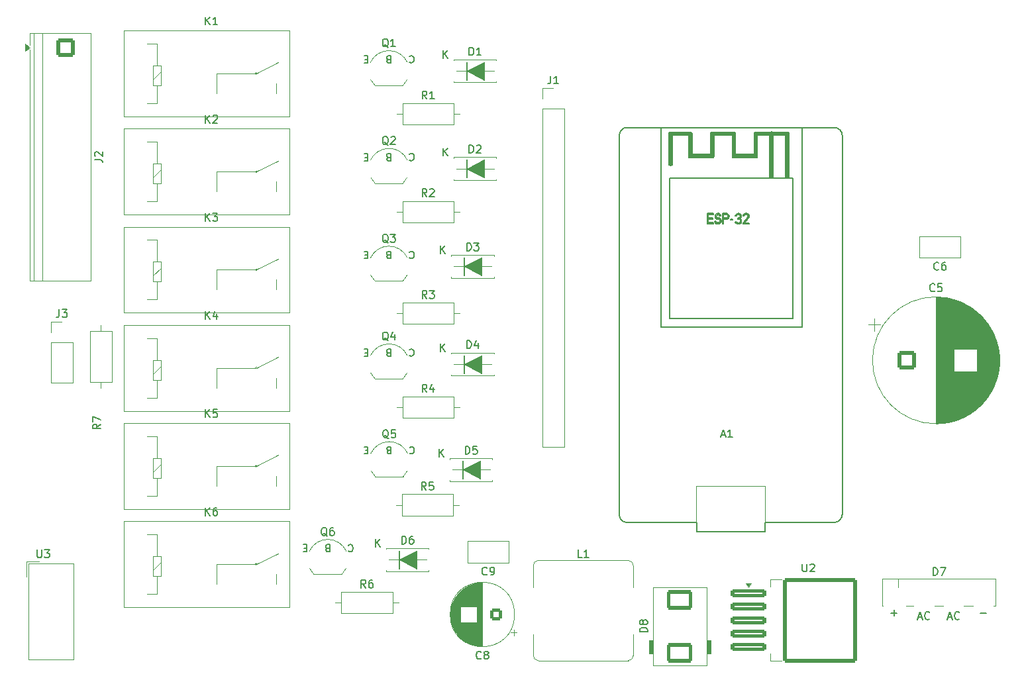
<source format=gbr>
%TF.GenerationSoftware,KiCad,Pcbnew,9.0.6-9.0.6~ubuntu22.04.1*%
%TF.CreationDate,2025-11-15T10:49:45-06:00*%
%TF.ProjectId,ESP32-Simple-Thermostat-PCB,45535033-322d-4536-996d-706c652d5468,rev?*%
%TF.SameCoordinates,Original*%
%TF.FileFunction,Legend,Top*%
%TF.FilePolarity,Positive*%
%FSLAX46Y46*%
G04 Gerber Fmt 4.6, Leading zero omitted, Abs format (unit mm)*
G04 Created by KiCad (PCBNEW 9.0.6-9.0.6~ubuntu22.04.1) date 2025-11-15 10:49:45*
%MOMM*%
%LPD*%
G01*
G04 APERTURE LIST*
G04 Aperture macros list*
%AMRoundRect*
0 Rectangle with rounded corners*
0 $1 Rounding radius*
0 $2 $3 $4 $5 $6 $7 $8 $9 X,Y pos of 4 corners*
0 Add a 4 corners polygon primitive as box body*
4,1,4,$2,$3,$4,$5,$6,$7,$8,$9,$2,$3,0*
0 Add four circle primitives for the rounded corners*
1,1,$1+$1,$2,$3*
1,1,$1+$1,$4,$5*
1,1,$1+$1,$6,$7*
1,1,$1+$1,$8,$9*
0 Add four rect primitives between the rounded corners*
20,1,$1+$1,$2,$3,$4,$5,0*
20,1,$1+$1,$4,$5,$6,$7,0*
20,1,$1+$1,$6,$7,$8,$9,0*
20,1,$1+$1,$8,$9,$2,$3,0*%
G04 Aperture macros list end*
%ADD10C,0.150000*%
%ADD11C,0.120000*%
%ADD12C,0.200000*%
%ADD13C,0.100000*%
%ADD14C,0.170000*%
%ADD15C,0.400000*%
%ADD16C,0.500000*%
%ADD17C,6.000000*%
%ADD18R,2.300000X2.300000*%
%ADD19C,2.300000*%
%ADD20R,1.500000X1.500000*%
%ADD21C,1.500000*%
%ADD22RoundRect,0.250001X-0.949999X0.949999X-0.949999X-0.949999X0.949999X-0.949999X0.949999X0.949999X0*%
%ADD23C,2.400000*%
%ADD24R,2.200000X2.200000*%
%ADD25O,2.200000X2.200000*%
%ADD26R,1.700000X1.700000*%
%ADD27C,1.700000*%
%ADD28C,1.600000*%
%ADD29O,2.400000X1.800000*%
%ADD30RoundRect,0.250000X0.550000X0.550000X-0.550000X0.550000X-0.550000X-0.550000X0.550000X-0.550000X0*%
%ADD31R,2.400000X2.400000*%
%ADD32RoundRect,0.250000X-2.050000X-0.300000X2.050000X-0.300000X2.050000X0.300000X-2.050000X0.300000X0*%
%ADD33RoundRect,0.250002X-4.449998X-5.149998X4.449998X-5.149998X4.449998X5.149998X-4.449998X5.149998X0*%
%ADD34RoundRect,0.250000X1.400000X1.000000X-1.400000X1.000000X-1.400000X-1.000000X1.400000X-1.000000X0*%
%ADD35R,2.900000X5.400000*%
%ADD36RoundRect,0.250001X-0.949999X-0.949999X0.949999X-0.949999X0.949999X0.949999X-0.949999X0.949999X0*%
G04 APERTURE END LIST*
D10*
X51361905Y-31094819D02*
X51361905Y-30094819D01*
X51933333Y-31094819D02*
X51504762Y-30523390D01*
X51933333Y-30094819D02*
X51361905Y-30666247D01*
X52885714Y-31094819D02*
X52314286Y-31094819D01*
X52600000Y-31094819D02*
X52600000Y-30094819D01*
X52600000Y-30094819D02*
X52504762Y-30237676D01*
X52504762Y-30237676D02*
X52409524Y-30332914D01*
X52409524Y-30332914D02*
X52314286Y-30380533D01*
X29835595Y-98242319D02*
X29835595Y-99051842D01*
X29835595Y-99051842D02*
X29883214Y-99147080D01*
X29883214Y-99147080D02*
X29930833Y-99194700D01*
X29930833Y-99194700D02*
X30026071Y-99242319D01*
X30026071Y-99242319D02*
X30216547Y-99242319D01*
X30216547Y-99242319D02*
X30311785Y-99194700D01*
X30311785Y-99194700D02*
X30359404Y-99147080D01*
X30359404Y-99147080D02*
X30407023Y-99051842D01*
X30407023Y-99051842D02*
X30407023Y-98242319D01*
X30787976Y-98242319D02*
X31407023Y-98242319D01*
X31407023Y-98242319D02*
X31073690Y-98623271D01*
X31073690Y-98623271D02*
X31216547Y-98623271D01*
X31216547Y-98623271D02*
X31311785Y-98670890D01*
X31311785Y-98670890D02*
X31359404Y-98718509D01*
X31359404Y-98718509D02*
X31407023Y-98813747D01*
X31407023Y-98813747D02*
X31407023Y-99051842D01*
X31407023Y-99051842D02*
X31359404Y-99147080D01*
X31359404Y-99147080D02*
X31311785Y-99194700D01*
X31311785Y-99194700D02*
X31216547Y-99242319D01*
X31216547Y-99242319D02*
X30930833Y-99242319D01*
X30930833Y-99242319D02*
X30835595Y-99194700D01*
X30835595Y-99194700D02*
X30787976Y-99147080D01*
X74714761Y-58990057D02*
X74619523Y-58942438D01*
X74619523Y-58942438D02*
X74524285Y-58847200D01*
X74524285Y-58847200D02*
X74381428Y-58704342D01*
X74381428Y-58704342D02*
X74286190Y-58656723D01*
X74286190Y-58656723D02*
X74190952Y-58656723D01*
X74238571Y-58894819D02*
X74143333Y-58847200D01*
X74143333Y-58847200D02*
X74048095Y-58751961D01*
X74048095Y-58751961D02*
X74000476Y-58561485D01*
X74000476Y-58561485D02*
X74000476Y-58228152D01*
X74000476Y-58228152D02*
X74048095Y-58037676D01*
X74048095Y-58037676D02*
X74143333Y-57942438D01*
X74143333Y-57942438D02*
X74238571Y-57894819D01*
X74238571Y-57894819D02*
X74429047Y-57894819D01*
X74429047Y-57894819D02*
X74524285Y-57942438D01*
X74524285Y-57942438D02*
X74619523Y-58037676D01*
X74619523Y-58037676D02*
X74667142Y-58228152D01*
X74667142Y-58228152D02*
X74667142Y-58561485D01*
X74667142Y-58561485D02*
X74619523Y-58751961D01*
X74619523Y-58751961D02*
X74524285Y-58847200D01*
X74524285Y-58847200D02*
X74429047Y-58894819D01*
X74429047Y-58894819D02*
X74238571Y-58894819D01*
X75000476Y-57894819D02*
X75619523Y-57894819D01*
X75619523Y-57894819D02*
X75286190Y-58275771D01*
X75286190Y-58275771D02*
X75429047Y-58275771D01*
X75429047Y-58275771D02*
X75524285Y-58323390D01*
X75524285Y-58323390D02*
X75571904Y-58371009D01*
X75571904Y-58371009D02*
X75619523Y-58466247D01*
X75619523Y-58466247D02*
X75619523Y-58704342D01*
X75619523Y-58704342D02*
X75571904Y-58799580D01*
X75571904Y-58799580D02*
X75524285Y-58847200D01*
X75524285Y-58847200D02*
X75429047Y-58894819D01*
X75429047Y-58894819D02*
X75143333Y-58894819D01*
X75143333Y-58894819D02*
X75048095Y-58847200D01*
X75048095Y-58847200D02*
X75000476Y-58799580D01*
X72081857Y-60538871D02*
X71781857Y-60538871D01*
X71653285Y-60067442D02*
X72081857Y-60067442D01*
X72081857Y-60067442D02*
X72081857Y-60967442D01*
X72081857Y-60967442D02*
X71653285Y-60967442D01*
X77452428Y-60153157D02*
X77495285Y-60110300D01*
X77495285Y-60110300D02*
X77623857Y-60067442D01*
X77623857Y-60067442D02*
X77709571Y-60067442D01*
X77709571Y-60067442D02*
X77838142Y-60110300D01*
X77838142Y-60110300D02*
X77923857Y-60196014D01*
X77923857Y-60196014D02*
X77966714Y-60281728D01*
X77966714Y-60281728D02*
X78009571Y-60453157D01*
X78009571Y-60453157D02*
X78009571Y-60581728D01*
X78009571Y-60581728D02*
X77966714Y-60753157D01*
X77966714Y-60753157D02*
X77923857Y-60838871D01*
X77923857Y-60838871D02*
X77838142Y-60924585D01*
X77838142Y-60924585D02*
X77709571Y-60967442D01*
X77709571Y-60967442D02*
X77623857Y-60967442D01*
X77623857Y-60967442D02*
X77495285Y-60924585D01*
X77495285Y-60924585D02*
X77452428Y-60881728D01*
X74745714Y-60538871D02*
X74617142Y-60496014D01*
X74617142Y-60496014D02*
X74574285Y-60453157D01*
X74574285Y-60453157D02*
X74531428Y-60367442D01*
X74531428Y-60367442D02*
X74531428Y-60238871D01*
X74531428Y-60238871D02*
X74574285Y-60153157D01*
X74574285Y-60153157D02*
X74617142Y-60110300D01*
X74617142Y-60110300D02*
X74702857Y-60067442D01*
X74702857Y-60067442D02*
X75045714Y-60067442D01*
X75045714Y-60067442D02*
X75045714Y-60967442D01*
X75045714Y-60967442D02*
X74745714Y-60967442D01*
X74745714Y-60967442D02*
X74660000Y-60924585D01*
X74660000Y-60924585D02*
X74617142Y-60881728D01*
X74617142Y-60881728D02*
X74574285Y-60796014D01*
X74574285Y-60796014D02*
X74574285Y-60710300D01*
X74574285Y-60710300D02*
X74617142Y-60624585D01*
X74617142Y-60624585D02*
X74660000Y-60581728D01*
X74660000Y-60581728D02*
X74745714Y-60538871D01*
X74745714Y-60538871D02*
X75045714Y-60538871D01*
X51361905Y-93844819D02*
X51361905Y-92844819D01*
X51933333Y-93844819D02*
X51504762Y-93273390D01*
X51933333Y-92844819D02*
X51361905Y-93416247D01*
X52790476Y-92844819D02*
X52600000Y-92844819D01*
X52600000Y-92844819D02*
X52504762Y-92892438D01*
X52504762Y-92892438D02*
X52457143Y-92940057D01*
X52457143Y-92940057D02*
X52361905Y-93082914D01*
X52361905Y-93082914D02*
X52314286Y-93273390D01*
X52314286Y-93273390D02*
X52314286Y-93654342D01*
X52314286Y-93654342D02*
X52361905Y-93749580D01*
X52361905Y-93749580D02*
X52409524Y-93797200D01*
X52409524Y-93797200D02*
X52504762Y-93844819D01*
X52504762Y-93844819D02*
X52695238Y-93844819D01*
X52695238Y-93844819D02*
X52790476Y-93797200D01*
X52790476Y-93797200D02*
X52838095Y-93749580D01*
X52838095Y-93749580D02*
X52885714Y-93654342D01*
X52885714Y-93654342D02*
X52885714Y-93416247D01*
X52885714Y-93416247D02*
X52838095Y-93321009D01*
X52838095Y-93321009D02*
X52790476Y-93273390D01*
X52790476Y-93273390D02*
X52695238Y-93225771D01*
X52695238Y-93225771D02*
X52504762Y-93225771D01*
X52504762Y-93225771D02*
X52409524Y-93273390D01*
X52409524Y-93273390D02*
X52361905Y-93321009D01*
X52361905Y-93321009D02*
X52314286Y-93416247D01*
X37174819Y-48333333D02*
X37889104Y-48333333D01*
X37889104Y-48333333D02*
X38031961Y-48380952D01*
X38031961Y-48380952D02*
X38127200Y-48476190D01*
X38127200Y-48476190D02*
X38174819Y-48619047D01*
X38174819Y-48619047D02*
X38174819Y-48714285D01*
X37270057Y-47904761D02*
X37222438Y-47857142D01*
X37222438Y-47857142D02*
X37174819Y-47761904D01*
X37174819Y-47761904D02*
X37174819Y-47523809D01*
X37174819Y-47523809D02*
X37222438Y-47428571D01*
X37222438Y-47428571D02*
X37270057Y-47380952D01*
X37270057Y-47380952D02*
X37365295Y-47333333D01*
X37365295Y-47333333D02*
X37460533Y-47333333D01*
X37460533Y-47333333D02*
X37603390Y-47380952D01*
X37603390Y-47380952D02*
X38174819Y-47952380D01*
X38174819Y-47952380D02*
X38174819Y-47333333D01*
X84761905Y-72484819D02*
X84761905Y-71484819D01*
X84761905Y-71484819D02*
X85000000Y-71484819D01*
X85000000Y-71484819D02*
X85142857Y-71532438D01*
X85142857Y-71532438D02*
X85238095Y-71627676D01*
X85238095Y-71627676D02*
X85285714Y-71722914D01*
X85285714Y-71722914D02*
X85333333Y-71913390D01*
X85333333Y-71913390D02*
X85333333Y-72056247D01*
X85333333Y-72056247D02*
X85285714Y-72246723D01*
X85285714Y-72246723D02*
X85238095Y-72341961D01*
X85238095Y-72341961D02*
X85142857Y-72437200D01*
X85142857Y-72437200D02*
X85000000Y-72484819D01*
X85000000Y-72484819D02*
X84761905Y-72484819D01*
X86190476Y-71818152D02*
X86190476Y-72484819D01*
X85952381Y-71437200D02*
X85714286Y-72151485D01*
X85714286Y-72151485D02*
X86333333Y-72151485D01*
X81428095Y-72854819D02*
X81428095Y-71854819D01*
X81999523Y-72854819D02*
X81570952Y-72283390D01*
X81999523Y-71854819D02*
X81428095Y-72426247D01*
X95476666Y-37634819D02*
X95476666Y-38349104D01*
X95476666Y-38349104D02*
X95429047Y-38491961D01*
X95429047Y-38491961D02*
X95333809Y-38587200D01*
X95333809Y-38587200D02*
X95190952Y-38634819D01*
X95190952Y-38634819D02*
X95095714Y-38634819D01*
X96476666Y-38634819D02*
X95905238Y-38634819D01*
X96190952Y-38634819D02*
X96190952Y-37634819D01*
X96190952Y-37634819D02*
X96095714Y-37777676D01*
X96095714Y-37777676D02*
X96000476Y-37872914D01*
X96000476Y-37872914D02*
X95905238Y-37920533D01*
X145083333Y-62359580D02*
X145035714Y-62407200D01*
X145035714Y-62407200D02*
X144892857Y-62454819D01*
X144892857Y-62454819D02*
X144797619Y-62454819D01*
X144797619Y-62454819D02*
X144654762Y-62407200D01*
X144654762Y-62407200D02*
X144559524Y-62311961D01*
X144559524Y-62311961D02*
X144511905Y-62216723D01*
X144511905Y-62216723D02*
X144464286Y-62026247D01*
X144464286Y-62026247D02*
X144464286Y-61883390D01*
X144464286Y-61883390D02*
X144511905Y-61692914D01*
X144511905Y-61692914D02*
X144559524Y-61597676D01*
X144559524Y-61597676D02*
X144654762Y-61502438D01*
X144654762Y-61502438D02*
X144797619Y-61454819D01*
X144797619Y-61454819D02*
X144892857Y-61454819D01*
X144892857Y-61454819D02*
X145035714Y-61502438D01*
X145035714Y-61502438D02*
X145083333Y-61550057D01*
X145940476Y-61454819D02*
X145750000Y-61454819D01*
X145750000Y-61454819D02*
X145654762Y-61502438D01*
X145654762Y-61502438D02*
X145607143Y-61550057D01*
X145607143Y-61550057D02*
X145511905Y-61692914D01*
X145511905Y-61692914D02*
X145464286Y-61883390D01*
X145464286Y-61883390D02*
X145464286Y-62264342D01*
X145464286Y-62264342D02*
X145511905Y-62359580D01*
X145511905Y-62359580D02*
X145559524Y-62407200D01*
X145559524Y-62407200D02*
X145654762Y-62454819D01*
X145654762Y-62454819D02*
X145845238Y-62454819D01*
X145845238Y-62454819D02*
X145940476Y-62407200D01*
X145940476Y-62407200D02*
X145988095Y-62359580D01*
X145988095Y-62359580D02*
X146035714Y-62264342D01*
X146035714Y-62264342D02*
X146035714Y-62026247D01*
X146035714Y-62026247D02*
X145988095Y-61931009D01*
X145988095Y-61931009D02*
X145940476Y-61883390D01*
X145940476Y-61883390D02*
X145845238Y-61835771D01*
X145845238Y-61835771D02*
X145654762Y-61835771D01*
X145654762Y-61835771D02*
X145559524Y-61883390D01*
X145559524Y-61883390D02*
X145511905Y-61931009D01*
X145511905Y-61931009D02*
X145464286Y-62026247D01*
X37954819Y-82166666D02*
X37478628Y-82499999D01*
X37954819Y-82738094D02*
X36954819Y-82738094D01*
X36954819Y-82738094D02*
X36954819Y-82357142D01*
X36954819Y-82357142D02*
X37002438Y-82261904D01*
X37002438Y-82261904D02*
X37050057Y-82214285D01*
X37050057Y-82214285D02*
X37145295Y-82166666D01*
X37145295Y-82166666D02*
X37288152Y-82166666D01*
X37288152Y-82166666D02*
X37383390Y-82214285D01*
X37383390Y-82214285D02*
X37431009Y-82261904D01*
X37431009Y-82261904D02*
X37478628Y-82357142D01*
X37478628Y-82357142D02*
X37478628Y-82738094D01*
X36954819Y-81833332D02*
X36954819Y-81166666D01*
X36954819Y-81166666D02*
X37954819Y-81595237D01*
X74714761Y-71490057D02*
X74619523Y-71442438D01*
X74619523Y-71442438D02*
X74524285Y-71347200D01*
X74524285Y-71347200D02*
X74381428Y-71204342D01*
X74381428Y-71204342D02*
X74286190Y-71156723D01*
X74286190Y-71156723D02*
X74190952Y-71156723D01*
X74238571Y-71394819D02*
X74143333Y-71347200D01*
X74143333Y-71347200D02*
X74048095Y-71251961D01*
X74048095Y-71251961D02*
X74000476Y-71061485D01*
X74000476Y-71061485D02*
X74000476Y-70728152D01*
X74000476Y-70728152D02*
X74048095Y-70537676D01*
X74048095Y-70537676D02*
X74143333Y-70442438D01*
X74143333Y-70442438D02*
X74238571Y-70394819D01*
X74238571Y-70394819D02*
X74429047Y-70394819D01*
X74429047Y-70394819D02*
X74524285Y-70442438D01*
X74524285Y-70442438D02*
X74619523Y-70537676D01*
X74619523Y-70537676D02*
X74667142Y-70728152D01*
X74667142Y-70728152D02*
X74667142Y-71061485D01*
X74667142Y-71061485D02*
X74619523Y-71251961D01*
X74619523Y-71251961D02*
X74524285Y-71347200D01*
X74524285Y-71347200D02*
X74429047Y-71394819D01*
X74429047Y-71394819D02*
X74238571Y-71394819D01*
X75524285Y-70728152D02*
X75524285Y-71394819D01*
X75286190Y-70347200D02*
X75048095Y-71061485D01*
X75048095Y-71061485D02*
X75667142Y-71061485D01*
X72081857Y-73038871D02*
X71781857Y-73038871D01*
X71653285Y-72567442D02*
X72081857Y-72567442D01*
X72081857Y-72567442D02*
X72081857Y-73467442D01*
X72081857Y-73467442D02*
X71653285Y-73467442D01*
X74745714Y-73038871D02*
X74617142Y-72996014D01*
X74617142Y-72996014D02*
X74574285Y-72953157D01*
X74574285Y-72953157D02*
X74531428Y-72867442D01*
X74531428Y-72867442D02*
X74531428Y-72738871D01*
X74531428Y-72738871D02*
X74574285Y-72653157D01*
X74574285Y-72653157D02*
X74617142Y-72610300D01*
X74617142Y-72610300D02*
X74702857Y-72567442D01*
X74702857Y-72567442D02*
X75045714Y-72567442D01*
X75045714Y-72567442D02*
X75045714Y-73467442D01*
X75045714Y-73467442D02*
X74745714Y-73467442D01*
X74745714Y-73467442D02*
X74660000Y-73424585D01*
X74660000Y-73424585D02*
X74617142Y-73381728D01*
X74617142Y-73381728D02*
X74574285Y-73296014D01*
X74574285Y-73296014D02*
X74574285Y-73210300D01*
X74574285Y-73210300D02*
X74617142Y-73124585D01*
X74617142Y-73124585D02*
X74660000Y-73081728D01*
X74660000Y-73081728D02*
X74745714Y-73038871D01*
X74745714Y-73038871D02*
X75045714Y-73038871D01*
X77452428Y-72653157D02*
X77495285Y-72610300D01*
X77495285Y-72610300D02*
X77623857Y-72567442D01*
X77623857Y-72567442D02*
X77709571Y-72567442D01*
X77709571Y-72567442D02*
X77838142Y-72610300D01*
X77838142Y-72610300D02*
X77923857Y-72696014D01*
X77923857Y-72696014D02*
X77966714Y-72781728D01*
X77966714Y-72781728D02*
X78009571Y-72953157D01*
X78009571Y-72953157D02*
X78009571Y-73081728D01*
X78009571Y-73081728D02*
X77966714Y-73253157D01*
X77966714Y-73253157D02*
X77923857Y-73338871D01*
X77923857Y-73338871D02*
X77838142Y-73424585D01*
X77838142Y-73424585D02*
X77709571Y-73467442D01*
X77709571Y-73467442D02*
X77623857Y-73467442D01*
X77623857Y-73467442D02*
X77495285Y-73424585D01*
X77495285Y-73424585D02*
X77452428Y-73381728D01*
X84761905Y-59984819D02*
X84761905Y-58984819D01*
X84761905Y-58984819D02*
X85000000Y-58984819D01*
X85000000Y-58984819D02*
X85142857Y-59032438D01*
X85142857Y-59032438D02*
X85238095Y-59127676D01*
X85238095Y-59127676D02*
X85285714Y-59222914D01*
X85285714Y-59222914D02*
X85333333Y-59413390D01*
X85333333Y-59413390D02*
X85333333Y-59556247D01*
X85333333Y-59556247D02*
X85285714Y-59746723D01*
X85285714Y-59746723D02*
X85238095Y-59841961D01*
X85238095Y-59841961D02*
X85142857Y-59937200D01*
X85142857Y-59937200D02*
X85000000Y-59984819D01*
X85000000Y-59984819D02*
X84761905Y-59984819D01*
X85666667Y-58984819D02*
X86285714Y-58984819D01*
X86285714Y-58984819D02*
X85952381Y-59365771D01*
X85952381Y-59365771D02*
X86095238Y-59365771D01*
X86095238Y-59365771D02*
X86190476Y-59413390D01*
X86190476Y-59413390D02*
X86238095Y-59461009D01*
X86238095Y-59461009D02*
X86285714Y-59556247D01*
X86285714Y-59556247D02*
X86285714Y-59794342D01*
X86285714Y-59794342D02*
X86238095Y-59889580D01*
X86238095Y-59889580D02*
X86190476Y-59937200D01*
X86190476Y-59937200D02*
X86095238Y-59984819D01*
X86095238Y-59984819D02*
X85809524Y-59984819D01*
X85809524Y-59984819D02*
X85714286Y-59937200D01*
X85714286Y-59937200D02*
X85666667Y-59889580D01*
X81428095Y-60354819D02*
X81428095Y-59354819D01*
X81999523Y-60354819D02*
X81570952Y-59783390D01*
X81999523Y-59354819D02*
X81428095Y-59926247D01*
X85071905Y-47484819D02*
X85071905Y-46484819D01*
X85071905Y-46484819D02*
X85310000Y-46484819D01*
X85310000Y-46484819D02*
X85452857Y-46532438D01*
X85452857Y-46532438D02*
X85548095Y-46627676D01*
X85548095Y-46627676D02*
X85595714Y-46722914D01*
X85595714Y-46722914D02*
X85643333Y-46913390D01*
X85643333Y-46913390D02*
X85643333Y-47056247D01*
X85643333Y-47056247D02*
X85595714Y-47246723D01*
X85595714Y-47246723D02*
X85548095Y-47341961D01*
X85548095Y-47341961D02*
X85452857Y-47437200D01*
X85452857Y-47437200D02*
X85310000Y-47484819D01*
X85310000Y-47484819D02*
X85071905Y-47484819D01*
X86024286Y-46580057D02*
X86071905Y-46532438D01*
X86071905Y-46532438D02*
X86167143Y-46484819D01*
X86167143Y-46484819D02*
X86405238Y-46484819D01*
X86405238Y-46484819D02*
X86500476Y-46532438D01*
X86500476Y-46532438D02*
X86548095Y-46580057D01*
X86548095Y-46580057D02*
X86595714Y-46675295D01*
X86595714Y-46675295D02*
X86595714Y-46770533D01*
X86595714Y-46770533D02*
X86548095Y-46913390D01*
X86548095Y-46913390D02*
X85976667Y-47484819D01*
X85976667Y-47484819D02*
X86595714Y-47484819D01*
X81738095Y-47854819D02*
X81738095Y-46854819D01*
X82309523Y-47854819D02*
X81880952Y-47283390D01*
X82309523Y-46854819D02*
X81738095Y-47426247D01*
X74754761Y-83990057D02*
X74659523Y-83942438D01*
X74659523Y-83942438D02*
X74564285Y-83847200D01*
X74564285Y-83847200D02*
X74421428Y-83704342D01*
X74421428Y-83704342D02*
X74326190Y-83656723D01*
X74326190Y-83656723D02*
X74230952Y-83656723D01*
X74278571Y-83894819D02*
X74183333Y-83847200D01*
X74183333Y-83847200D02*
X74088095Y-83751961D01*
X74088095Y-83751961D02*
X74040476Y-83561485D01*
X74040476Y-83561485D02*
X74040476Y-83228152D01*
X74040476Y-83228152D02*
X74088095Y-83037676D01*
X74088095Y-83037676D02*
X74183333Y-82942438D01*
X74183333Y-82942438D02*
X74278571Y-82894819D01*
X74278571Y-82894819D02*
X74469047Y-82894819D01*
X74469047Y-82894819D02*
X74564285Y-82942438D01*
X74564285Y-82942438D02*
X74659523Y-83037676D01*
X74659523Y-83037676D02*
X74707142Y-83228152D01*
X74707142Y-83228152D02*
X74707142Y-83561485D01*
X74707142Y-83561485D02*
X74659523Y-83751961D01*
X74659523Y-83751961D02*
X74564285Y-83847200D01*
X74564285Y-83847200D02*
X74469047Y-83894819D01*
X74469047Y-83894819D02*
X74278571Y-83894819D01*
X75611904Y-82894819D02*
X75135714Y-82894819D01*
X75135714Y-82894819D02*
X75088095Y-83371009D01*
X75088095Y-83371009D02*
X75135714Y-83323390D01*
X75135714Y-83323390D02*
X75230952Y-83275771D01*
X75230952Y-83275771D02*
X75469047Y-83275771D01*
X75469047Y-83275771D02*
X75564285Y-83323390D01*
X75564285Y-83323390D02*
X75611904Y-83371009D01*
X75611904Y-83371009D02*
X75659523Y-83466247D01*
X75659523Y-83466247D02*
X75659523Y-83704342D01*
X75659523Y-83704342D02*
X75611904Y-83799580D01*
X75611904Y-83799580D02*
X75564285Y-83847200D01*
X75564285Y-83847200D02*
X75469047Y-83894819D01*
X75469047Y-83894819D02*
X75230952Y-83894819D01*
X75230952Y-83894819D02*
X75135714Y-83847200D01*
X75135714Y-83847200D02*
X75088095Y-83799580D01*
X77492428Y-85153157D02*
X77535285Y-85110300D01*
X77535285Y-85110300D02*
X77663857Y-85067442D01*
X77663857Y-85067442D02*
X77749571Y-85067442D01*
X77749571Y-85067442D02*
X77878142Y-85110300D01*
X77878142Y-85110300D02*
X77963857Y-85196014D01*
X77963857Y-85196014D02*
X78006714Y-85281728D01*
X78006714Y-85281728D02*
X78049571Y-85453157D01*
X78049571Y-85453157D02*
X78049571Y-85581728D01*
X78049571Y-85581728D02*
X78006714Y-85753157D01*
X78006714Y-85753157D02*
X77963857Y-85838871D01*
X77963857Y-85838871D02*
X77878142Y-85924585D01*
X77878142Y-85924585D02*
X77749571Y-85967442D01*
X77749571Y-85967442D02*
X77663857Y-85967442D01*
X77663857Y-85967442D02*
X77535285Y-85924585D01*
X77535285Y-85924585D02*
X77492428Y-85881728D01*
X72121857Y-85538871D02*
X71821857Y-85538871D01*
X71693285Y-85067442D02*
X72121857Y-85067442D01*
X72121857Y-85067442D02*
X72121857Y-85967442D01*
X72121857Y-85967442D02*
X71693285Y-85967442D01*
X74785714Y-85538871D02*
X74657142Y-85496014D01*
X74657142Y-85496014D02*
X74614285Y-85453157D01*
X74614285Y-85453157D02*
X74571428Y-85367442D01*
X74571428Y-85367442D02*
X74571428Y-85238871D01*
X74571428Y-85238871D02*
X74614285Y-85153157D01*
X74614285Y-85153157D02*
X74657142Y-85110300D01*
X74657142Y-85110300D02*
X74742857Y-85067442D01*
X74742857Y-85067442D02*
X75085714Y-85067442D01*
X75085714Y-85067442D02*
X75085714Y-85967442D01*
X75085714Y-85967442D02*
X74785714Y-85967442D01*
X74785714Y-85967442D02*
X74700000Y-85924585D01*
X74700000Y-85924585D02*
X74657142Y-85881728D01*
X74657142Y-85881728D02*
X74614285Y-85796014D01*
X74614285Y-85796014D02*
X74614285Y-85710300D01*
X74614285Y-85710300D02*
X74657142Y-85624585D01*
X74657142Y-85624585D02*
X74700000Y-85581728D01*
X74700000Y-85581728D02*
X74785714Y-85538871D01*
X74785714Y-85538871D02*
X75085714Y-85538871D01*
X51361905Y-81294819D02*
X51361905Y-80294819D01*
X51933333Y-81294819D02*
X51504762Y-80723390D01*
X51933333Y-80294819D02*
X51361905Y-80866247D01*
X52838095Y-80294819D02*
X52361905Y-80294819D01*
X52361905Y-80294819D02*
X52314286Y-80771009D01*
X52314286Y-80771009D02*
X52361905Y-80723390D01*
X52361905Y-80723390D02*
X52457143Y-80675771D01*
X52457143Y-80675771D02*
X52695238Y-80675771D01*
X52695238Y-80675771D02*
X52790476Y-80723390D01*
X52790476Y-80723390D02*
X52838095Y-80771009D01*
X52838095Y-80771009D02*
X52885714Y-80866247D01*
X52885714Y-80866247D02*
X52885714Y-81104342D01*
X52885714Y-81104342D02*
X52838095Y-81199580D01*
X52838095Y-81199580D02*
X52790476Y-81247200D01*
X52790476Y-81247200D02*
X52695238Y-81294819D01*
X52695238Y-81294819D02*
X52457143Y-81294819D01*
X52457143Y-81294819D02*
X52361905Y-81247200D01*
X52361905Y-81247200D02*
X52314286Y-81199580D01*
X79643333Y-40584819D02*
X79310000Y-40108628D01*
X79071905Y-40584819D02*
X79071905Y-39584819D01*
X79071905Y-39584819D02*
X79452857Y-39584819D01*
X79452857Y-39584819D02*
X79548095Y-39632438D01*
X79548095Y-39632438D02*
X79595714Y-39680057D01*
X79595714Y-39680057D02*
X79643333Y-39775295D01*
X79643333Y-39775295D02*
X79643333Y-39918152D01*
X79643333Y-39918152D02*
X79595714Y-40013390D01*
X79595714Y-40013390D02*
X79548095Y-40061009D01*
X79548095Y-40061009D02*
X79452857Y-40108628D01*
X79452857Y-40108628D02*
X79071905Y-40108628D01*
X80595714Y-40584819D02*
X80024286Y-40584819D01*
X80310000Y-40584819D02*
X80310000Y-39584819D01*
X80310000Y-39584819D02*
X80214762Y-39727676D01*
X80214762Y-39727676D02*
X80119524Y-39822914D01*
X80119524Y-39822914D02*
X80024286Y-39870533D01*
X117283243Y-83554104D02*
X117759433Y-83554104D01*
X117188005Y-83839819D02*
X117521338Y-82839819D01*
X117521338Y-82839819D02*
X117854671Y-83839819D01*
X118711814Y-83839819D02*
X118140386Y-83839819D01*
X118426100Y-83839819D02*
X118426100Y-82839819D01*
X118426100Y-82839819D02*
X118330862Y-82982676D01*
X118330862Y-82982676D02*
X118235624Y-83077914D01*
X118235624Y-83077914D02*
X118140386Y-83125533D01*
X84571905Y-85984819D02*
X84571905Y-84984819D01*
X84571905Y-84984819D02*
X84810000Y-84984819D01*
X84810000Y-84984819D02*
X84952857Y-85032438D01*
X84952857Y-85032438D02*
X85048095Y-85127676D01*
X85048095Y-85127676D02*
X85095714Y-85222914D01*
X85095714Y-85222914D02*
X85143333Y-85413390D01*
X85143333Y-85413390D02*
X85143333Y-85556247D01*
X85143333Y-85556247D02*
X85095714Y-85746723D01*
X85095714Y-85746723D02*
X85048095Y-85841961D01*
X85048095Y-85841961D02*
X84952857Y-85937200D01*
X84952857Y-85937200D02*
X84810000Y-85984819D01*
X84810000Y-85984819D02*
X84571905Y-85984819D01*
X86048095Y-84984819D02*
X85571905Y-84984819D01*
X85571905Y-84984819D02*
X85524286Y-85461009D01*
X85524286Y-85461009D02*
X85571905Y-85413390D01*
X85571905Y-85413390D02*
X85667143Y-85365771D01*
X85667143Y-85365771D02*
X85905238Y-85365771D01*
X85905238Y-85365771D02*
X86000476Y-85413390D01*
X86000476Y-85413390D02*
X86048095Y-85461009D01*
X86048095Y-85461009D02*
X86095714Y-85556247D01*
X86095714Y-85556247D02*
X86095714Y-85794342D01*
X86095714Y-85794342D02*
X86048095Y-85889580D01*
X86048095Y-85889580D02*
X86000476Y-85937200D01*
X86000476Y-85937200D02*
X85905238Y-85984819D01*
X85905238Y-85984819D02*
X85667143Y-85984819D01*
X85667143Y-85984819D02*
X85571905Y-85937200D01*
X85571905Y-85937200D02*
X85524286Y-85889580D01*
X81238095Y-86354819D02*
X81238095Y-85354819D01*
X81809523Y-86354819D02*
X81380952Y-85783390D01*
X81809523Y-85354819D02*
X81238095Y-85926247D01*
X51361905Y-43644819D02*
X51361905Y-42644819D01*
X51933333Y-43644819D02*
X51504762Y-43073390D01*
X51933333Y-42644819D02*
X51361905Y-43216247D01*
X52314286Y-42740057D02*
X52361905Y-42692438D01*
X52361905Y-42692438D02*
X52457143Y-42644819D01*
X52457143Y-42644819D02*
X52695238Y-42644819D01*
X52695238Y-42644819D02*
X52790476Y-42692438D01*
X52790476Y-42692438D02*
X52838095Y-42740057D01*
X52838095Y-42740057D02*
X52885714Y-42835295D01*
X52885714Y-42835295D02*
X52885714Y-42930533D01*
X52885714Y-42930533D02*
X52838095Y-43073390D01*
X52838095Y-43073390D02*
X52266667Y-43644819D01*
X52266667Y-43644819D02*
X52885714Y-43644819D01*
X71833333Y-103084819D02*
X71500000Y-102608628D01*
X71261905Y-103084819D02*
X71261905Y-102084819D01*
X71261905Y-102084819D02*
X71642857Y-102084819D01*
X71642857Y-102084819D02*
X71738095Y-102132438D01*
X71738095Y-102132438D02*
X71785714Y-102180057D01*
X71785714Y-102180057D02*
X71833333Y-102275295D01*
X71833333Y-102275295D02*
X71833333Y-102418152D01*
X71833333Y-102418152D02*
X71785714Y-102513390D01*
X71785714Y-102513390D02*
X71738095Y-102561009D01*
X71738095Y-102561009D02*
X71642857Y-102608628D01*
X71642857Y-102608628D02*
X71261905Y-102608628D01*
X72690476Y-102084819D02*
X72500000Y-102084819D01*
X72500000Y-102084819D02*
X72404762Y-102132438D01*
X72404762Y-102132438D02*
X72357143Y-102180057D01*
X72357143Y-102180057D02*
X72261905Y-102322914D01*
X72261905Y-102322914D02*
X72214286Y-102513390D01*
X72214286Y-102513390D02*
X72214286Y-102894342D01*
X72214286Y-102894342D02*
X72261905Y-102989580D01*
X72261905Y-102989580D02*
X72309524Y-103037200D01*
X72309524Y-103037200D02*
X72404762Y-103084819D01*
X72404762Y-103084819D02*
X72595238Y-103084819D01*
X72595238Y-103084819D02*
X72690476Y-103037200D01*
X72690476Y-103037200D02*
X72738095Y-102989580D01*
X72738095Y-102989580D02*
X72785714Y-102894342D01*
X72785714Y-102894342D02*
X72785714Y-102656247D01*
X72785714Y-102656247D02*
X72738095Y-102561009D01*
X72738095Y-102561009D02*
X72690476Y-102513390D01*
X72690476Y-102513390D02*
X72595238Y-102465771D01*
X72595238Y-102465771D02*
X72404762Y-102465771D01*
X72404762Y-102465771D02*
X72309524Y-102513390D01*
X72309524Y-102513390D02*
X72261905Y-102561009D01*
X72261905Y-102561009D02*
X72214286Y-102656247D01*
X79563333Y-90584819D02*
X79230000Y-90108628D01*
X78991905Y-90584819D02*
X78991905Y-89584819D01*
X78991905Y-89584819D02*
X79372857Y-89584819D01*
X79372857Y-89584819D02*
X79468095Y-89632438D01*
X79468095Y-89632438D02*
X79515714Y-89680057D01*
X79515714Y-89680057D02*
X79563333Y-89775295D01*
X79563333Y-89775295D02*
X79563333Y-89918152D01*
X79563333Y-89918152D02*
X79515714Y-90013390D01*
X79515714Y-90013390D02*
X79468095Y-90061009D01*
X79468095Y-90061009D02*
X79372857Y-90108628D01*
X79372857Y-90108628D02*
X78991905Y-90108628D01*
X80468095Y-89584819D02*
X79991905Y-89584819D01*
X79991905Y-89584819D02*
X79944286Y-90061009D01*
X79944286Y-90061009D02*
X79991905Y-90013390D01*
X79991905Y-90013390D02*
X80087143Y-89965771D01*
X80087143Y-89965771D02*
X80325238Y-89965771D01*
X80325238Y-89965771D02*
X80420476Y-90013390D01*
X80420476Y-90013390D02*
X80468095Y-90061009D01*
X80468095Y-90061009D02*
X80515714Y-90156247D01*
X80515714Y-90156247D02*
X80515714Y-90394342D01*
X80515714Y-90394342D02*
X80468095Y-90489580D01*
X80468095Y-90489580D02*
X80420476Y-90537200D01*
X80420476Y-90537200D02*
X80325238Y-90584819D01*
X80325238Y-90584819D02*
X80087143Y-90584819D01*
X80087143Y-90584819D02*
X79991905Y-90537200D01*
X79991905Y-90537200D02*
X79944286Y-90489580D01*
X79643333Y-66084819D02*
X79310000Y-65608628D01*
X79071905Y-66084819D02*
X79071905Y-65084819D01*
X79071905Y-65084819D02*
X79452857Y-65084819D01*
X79452857Y-65084819D02*
X79548095Y-65132438D01*
X79548095Y-65132438D02*
X79595714Y-65180057D01*
X79595714Y-65180057D02*
X79643333Y-65275295D01*
X79643333Y-65275295D02*
X79643333Y-65418152D01*
X79643333Y-65418152D02*
X79595714Y-65513390D01*
X79595714Y-65513390D02*
X79548095Y-65561009D01*
X79548095Y-65561009D02*
X79452857Y-65608628D01*
X79452857Y-65608628D02*
X79071905Y-65608628D01*
X79976667Y-65084819D02*
X80595714Y-65084819D01*
X80595714Y-65084819D02*
X80262381Y-65465771D01*
X80262381Y-65465771D02*
X80405238Y-65465771D01*
X80405238Y-65465771D02*
X80500476Y-65513390D01*
X80500476Y-65513390D02*
X80548095Y-65561009D01*
X80548095Y-65561009D02*
X80595714Y-65656247D01*
X80595714Y-65656247D02*
X80595714Y-65894342D01*
X80595714Y-65894342D02*
X80548095Y-65989580D01*
X80548095Y-65989580D02*
X80500476Y-66037200D01*
X80500476Y-66037200D02*
X80405238Y-66084819D01*
X80405238Y-66084819D02*
X80119524Y-66084819D01*
X80119524Y-66084819D02*
X80024286Y-66037200D01*
X80024286Y-66037200D02*
X79976667Y-65989580D01*
X86583333Y-112109580D02*
X86535714Y-112157200D01*
X86535714Y-112157200D02*
X86392857Y-112204819D01*
X86392857Y-112204819D02*
X86297619Y-112204819D01*
X86297619Y-112204819D02*
X86154762Y-112157200D01*
X86154762Y-112157200D02*
X86059524Y-112061961D01*
X86059524Y-112061961D02*
X86011905Y-111966723D01*
X86011905Y-111966723D02*
X85964286Y-111776247D01*
X85964286Y-111776247D02*
X85964286Y-111633390D01*
X85964286Y-111633390D02*
X86011905Y-111442914D01*
X86011905Y-111442914D02*
X86059524Y-111347676D01*
X86059524Y-111347676D02*
X86154762Y-111252438D01*
X86154762Y-111252438D02*
X86297619Y-111204819D01*
X86297619Y-111204819D02*
X86392857Y-111204819D01*
X86392857Y-111204819D02*
X86535714Y-111252438D01*
X86535714Y-111252438D02*
X86583333Y-111300057D01*
X87154762Y-111633390D02*
X87059524Y-111585771D01*
X87059524Y-111585771D02*
X87011905Y-111538152D01*
X87011905Y-111538152D02*
X86964286Y-111442914D01*
X86964286Y-111442914D02*
X86964286Y-111395295D01*
X86964286Y-111395295D02*
X87011905Y-111300057D01*
X87011905Y-111300057D02*
X87059524Y-111252438D01*
X87059524Y-111252438D02*
X87154762Y-111204819D01*
X87154762Y-111204819D02*
X87345238Y-111204819D01*
X87345238Y-111204819D02*
X87440476Y-111252438D01*
X87440476Y-111252438D02*
X87488095Y-111300057D01*
X87488095Y-111300057D02*
X87535714Y-111395295D01*
X87535714Y-111395295D02*
X87535714Y-111442914D01*
X87535714Y-111442914D02*
X87488095Y-111538152D01*
X87488095Y-111538152D02*
X87440476Y-111585771D01*
X87440476Y-111585771D02*
X87345238Y-111633390D01*
X87345238Y-111633390D02*
X87154762Y-111633390D01*
X87154762Y-111633390D02*
X87059524Y-111681009D01*
X87059524Y-111681009D02*
X87011905Y-111728628D01*
X87011905Y-111728628D02*
X86964286Y-111823866D01*
X86964286Y-111823866D02*
X86964286Y-112014342D01*
X86964286Y-112014342D02*
X87011905Y-112109580D01*
X87011905Y-112109580D02*
X87059524Y-112157200D01*
X87059524Y-112157200D02*
X87154762Y-112204819D01*
X87154762Y-112204819D02*
X87345238Y-112204819D01*
X87345238Y-112204819D02*
X87440476Y-112157200D01*
X87440476Y-112157200D02*
X87488095Y-112109580D01*
X87488095Y-112109580D02*
X87535714Y-112014342D01*
X87535714Y-112014342D02*
X87535714Y-111823866D01*
X87535714Y-111823866D02*
X87488095Y-111728628D01*
X87488095Y-111728628D02*
X87440476Y-111681009D01*
X87440476Y-111681009D02*
X87345238Y-111633390D01*
X144386905Y-101504819D02*
X144386905Y-100504819D01*
X144386905Y-100504819D02*
X144625000Y-100504819D01*
X144625000Y-100504819D02*
X144767857Y-100552438D01*
X144767857Y-100552438D02*
X144863095Y-100647676D01*
X144863095Y-100647676D02*
X144910714Y-100742914D01*
X144910714Y-100742914D02*
X144958333Y-100933390D01*
X144958333Y-100933390D02*
X144958333Y-101076247D01*
X144958333Y-101076247D02*
X144910714Y-101266723D01*
X144910714Y-101266723D02*
X144863095Y-101361961D01*
X144863095Y-101361961D02*
X144767857Y-101457200D01*
X144767857Y-101457200D02*
X144625000Y-101504819D01*
X144625000Y-101504819D02*
X144386905Y-101504819D01*
X145291667Y-100504819D02*
X145958333Y-100504819D01*
X145958333Y-100504819D02*
X145529762Y-101504819D01*
X138999048Y-106309866D02*
X139760953Y-106309866D01*
X139380000Y-106690819D02*
X139380000Y-105928914D01*
X150429048Y-106309866D02*
X151190953Y-106309866D01*
X146241905Y-106869104D02*
X146718095Y-106869104D01*
X146146667Y-107154819D02*
X146480000Y-106154819D01*
X146480000Y-106154819D02*
X146813333Y-107154819D01*
X147718095Y-107059580D02*
X147670476Y-107107200D01*
X147670476Y-107107200D02*
X147527619Y-107154819D01*
X147527619Y-107154819D02*
X147432381Y-107154819D01*
X147432381Y-107154819D02*
X147289524Y-107107200D01*
X147289524Y-107107200D02*
X147194286Y-107011961D01*
X147194286Y-107011961D02*
X147146667Y-106916723D01*
X147146667Y-106916723D02*
X147099048Y-106726247D01*
X147099048Y-106726247D02*
X147099048Y-106583390D01*
X147099048Y-106583390D02*
X147146667Y-106392914D01*
X147146667Y-106392914D02*
X147194286Y-106297676D01*
X147194286Y-106297676D02*
X147289524Y-106202438D01*
X147289524Y-106202438D02*
X147432381Y-106154819D01*
X147432381Y-106154819D02*
X147527619Y-106154819D01*
X147527619Y-106154819D02*
X147670476Y-106202438D01*
X147670476Y-106202438D02*
X147718095Y-106250057D01*
X142441905Y-106869104D02*
X142918095Y-106869104D01*
X142346667Y-107154819D02*
X142680000Y-106154819D01*
X142680000Y-106154819D02*
X143013333Y-107154819D01*
X143918095Y-107059580D02*
X143870476Y-107107200D01*
X143870476Y-107107200D02*
X143727619Y-107154819D01*
X143727619Y-107154819D02*
X143632381Y-107154819D01*
X143632381Y-107154819D02*
X143489524Y-107107200D01*
X143489524Y-107107200D02*
X143394286Y-107011961D01*
X143394286Y-107011961D02*
X143346667Y-106916723D01*
X143346667Y-106916723D02*
X143299048Y-106726247D01*
X143299048Y-106726247D02*
X143299048Y-106583390D01*
X143299048Y-106583390D02*
X143346667Y-106392914D01*
X143346667Y-106392914D02*
X143394286Y-106297676D01*
X143394286Y-106297676D02*
X143489524Y-106202438D01*
X143489524Y-106202438D02*
X143632381Y-106154819D01*
X143632381Y-106154819D02*
X143727619Y-106154819D01*
X143727619Y-106154819D02*
X143870476Y-106202438D01*
X143870476Y-106202438D02*
X143918095Y-106250057D01*
X127663095Y-100029819D02*
X127663095Y-100839342D01*
X127663095Y-100839342D02*
X127710714Y-100934580D01*
X127710714Y-100934580D02*
X127758333Y-100982200D01*
X127758333Y-100982200D02*
X127853571Y-101029819D01*
X127853571Y-101029819D02*
X128044047Y-101029819D01*
X128044047Y-101029819D02*
X128139285Y-100982200D01*
X128139285Y-100982200D02*
X128186904Y-100934580D01*
X128186904Y-100934580D02*
X128234523Y-100839342D01*
X128234523Y-100839342D02*
X128234523Y-100029819D01*
X128663095Y-100125057D02*
X128710714Y-100077438D01*
X128710714Y-100077438D02*
X128805952Y-100029819D01*
X128805952Y-100029819D02*
X129044047Y-100029819D01*
X129044047Y-100029819D02*
X129139285Y-100077438D01*
X129139285Y-100077438D02*
X129186904Y-100125057D01*
X129186904Y-100125057D02*
X129234523Y-100220295D01*
X129234523Y-100220295D02*
X129234523Y-100315533D01*
X129234523Y-100315533D02*
X129186904Y-100458390D01*
X129186904Y-100458390D02*
X128615476Y-101029819D01*
X128615476Y-101029819D02*
X129234523Y-101029819D01*
X74714761Y-33990057D02*
X74619523Y-33942438D01*
X74619523Y-33942438D02*
X74524285Y-33847200D01*
X74524285Y-33847200D02*
X74381428Y-33704342D01*
X74381428Y-33704342D02*
X74286190Y-33656723D01*
X74286190Y-33656723D02*
X74190952Y-33656723D01*
X74238571Y-33894819D02*
X74143333Y-33847200D01*
X74143333Y-33847200D02*
X74048095Y-33751961D01*
X74048095Y-33751961D02*
X74000476Y-33561485D01*
X74000476Y-33561485D02*
X74000476Y-33228152D01*
X74000476Y-33228152D02*
X74048095Y-33037676D01*
X74048095Y-33037676D02*
X74143333Y-32942438D01*
X74143333Y-32942438D02*
X74238571Y-32894819D01*
X74238571Y-32894819D02*
X74429047Y-32894819D01*
X74429047Y-32894819D02*
X74524285Y-32942438D01*
X74524285Y-32942438D02*
X74619523Y-33037676D01*
X74619523Y-33037676D02*
X74667142Y-33228152D01*
X74667142Y-33228152D02*
X74667142Y-33561485D01*
X74667142Y-33561485D02*
X74619523Y-33751961D01*
X74619523Y-33751961D02*
X74524285Y-33847200D01*
X74524285Y-33847200D02*
X74429047Y-33894819D01*
X74429047Y-33894819D02*
X74238571Y-33894819D01*
X75619523Y-33894819D02*
X75048095Y-33894819D01*
X75333809Y-33894819D02*
X75333809Y-32894819D01*
X75333809Y-32894819D02*
X75238571Y-33037676D01*
X75238571Y-33037676D02*
X75143333Y-33132914D01*
X75143333Y-33132914D02*
X75048095Y-33180533D01*
X77452428Y-35153157D02*
X77495285Y-35110300D01*
X77495285Y-35110300D02*
X77623857Y-35067442D01*
X77623857Y-35067442D02*
X77709571Y-35067442D01*
X77709571Y-35067442D02*
X77838142Y-35110300D01*
X77838142Y-35110300D02*
X77923857Y-35196014D01*
X77923857Y-35196014D02*
X77966714Y-35281728D01*
X77966714Y-35281728D02*
X78009571Y-35453157D01*
X78009571Y-35453157D02*
X78009571Y-35581728D01*
X78009571Y-35581728D02*
X77966714Y-35753157D01*
X77966714Y-35753157D02*
X77923857Y-35838871D01*
X77923857Y-35838871D02*
X77838142Y-35924585D01*
X77838142Y-35924585D02*
X77709571Y-35967442D01*
X77709571Y-35967442D02*
X77623857Y-35967442D01*
X77623857Y-35967442D02*
X77495285Y-35924585D01*
X77495285Y-35924585D02*
X77452428Y-35881728D01*
X74745714Y-35538871D02*
X74617142Y-35496014D01*
X74617142Y-35496014D02*
X74574285Y-35453157D01*
X74574285Y-35453157D02*
X74531428Y-35367442D01*
X74531428Y-35367442D02*
X74531428Y-35238871D01*
X74531428Y-35238871D02*
X74574285Y-35153157D01*
X74574285Y-35153157D02*
X74617142Y-35110300D01*
X74617142Y-35110300D02*
X74702857Y-35067442D01*
X74702857Y-35067442D02*
X75045714Y-35067442D01*
X75045714Y-35067442D02*
X75045714Y-35967442D01*
X75045714Y-35967442D02*
X74745714Y-35967442D01*
X74745714Y-35967442D02*
X74660000Y-35924585D01*
X74660000Y-35924585D02*
X74617142Y-35881728D01*
X74617142Y-35881728D02*
X74574285Y-35796014D01*
X74574285Y-35796014D02*
X74574285Y-35710300D01*
X74574285Y-35710300D02*
X74617142Y-35624585D01*
X74617142Y-35624585D02*
X74660000Y-35581728D01*
X74660000Y-35581728D02*
X74745714Y-35538871D01*
X74745714Y-35538871D02*
X75045714Y-35538871D01*
X72081857Y-35538871D02*
X71781857Y-35538871D01*
X71653285Y-35067442D02*
X72081857Y-35067442D01*
X72081857Y-35067442D02*
X72081857Y-35967442D01*
X72081857Y-35967442D02*
X71653285Y-35967442D01*
X85071905Y-34984819D02*
X85071905Y-33984819D01*
X85071905Y-33984819D02*
X85310000Y-33984819D01*
X85310000Y-33984819D02*
X85452857Y-34032438D01*
X85452857Y-34032438D02*
X85548095Y-34127676D01*
X85548095Y-34127676D02*
X85595714Y-34222914D01*
X85595714Y-34222914D02*
X85643333Y-34413390D01*
X85643333Y-34413390D02*
X85643333Y-34556247D01*
X85643333Y-34556247D02*
X85595714Y-34746723D01*
X85595714Y-34746723D02*
X85548095Y-34841961D01*
X85548095Y-34841961D02*
X85452857Y-34937200D01*
X85452857Y-34937200D02*
X85310000Y-34984819D01*
X85310000Y-34984819D02*
X85071905Y-34984819D01*
X86595714Y-34984819D02*
X86024286Y-34984819D01*
X86310000Y-34984819D02*
X86310000Y-33984819D01*
X86310000Y-33984819D02*
X86214762Y-34127676D01*
X86214762Y-34127676D02*
X86119524Y-34222914D01*
X86119524Y-34222914D02*
X86024286Y-34270533D01*
X81738095Y-35354819D02*
X81738095Y-34354819D01*
X82309523Y-35354819D02*
X81880952Y-34783390D01*
X82309523Y-34354819D02*
X81738095Y-34926247D01*
X66904761Y-96490057D02*
X66809523Y-96442438D01*
X66809523Y-96442438D02*
X66714285Y-96347200D01*
X66714285Y-96347200D02*
X66571428Y-96204342D01*
X66571428Y-96204342D02*
X66476190Y-96156723D01*
X66476190Y-96156723D02*
X66380952Y-96156723D01*
X66428571Y-96394819D02*
X66333333Y-96347200D01*
X66333333Y-96347200D02*
X66238095Y-96251961D01*
X66238095Y-96251961D02*
X66190476Y-96061485D01*
X66190476Y-96061485D02*
X66190476Y-95728152D01*
X66190476Y-95728152D02*
X66238095Y-95537676D01*
X66238095Y-95537676D02*
X66333333Y-95442438D01*
X66333333Y-95442438D02*
X66428571Y-95394819D01*
X66428571Y-95394819D02*
X66619047Y-95394819D01*
X66619047Y-95394819D02*
X66714285Y-95442438D01*
X66714285Y-95442438D02*
X66809523Y-95537676D01*
X66809523Y-95537676D02*
X66857142Y-95728152D01*
X66857142Y-95728152D02*
X66857142Y-96061485D01*
X66857142Y-96061485D02*
X66809523Y-96251961D01*
X66809523Y-96251961D02*
X66714285Y-96347200D01*
X66714285Y-96347200D02*
X66619047Y-96394819D01*
X66619047Y-96394819D02*
X66428571Y-96394819D01*
X67714285Y-95394819D02*
X67523809Y-95394819D01*
X67523809Y-95394819D02*
X67428571Y-95442438D01*
X67428571Y-95442438D02*
X67380952Y-95490057D01*
X67380952Y-95490057D02*
X67285714Y-95632914D01*
X67285714Y-95632914D02*
X67238095Y-95823390D01*
X67238095Y-95823390D02*
X67238095Y-96204342D01*
X67238095Y-96204342D02*
X67285714Y-96299580D01*
X67285714Y-96299580D02*
X67333333Y-96347200D01*
X67333333Y-96347200D02*
X67428571Y-96394819D01*
X67428571Y-96394819D02*
X67619047Y-96394819D01*
X67619047Y-96394819D02*
X67714285Y-96347200D01*
X67714285Y-96347200D02*
X67761904Y-96299580D01*
X67761904Y-96299580D02*
X67809523Y-96204342D01*
X67809523Y-96204342D02*
X67809523Y-95966247D01*
X67809523Y-95966247D02*
X67761904Y-95871009D01*
X67761904Y-95871009D02*
X67714285Y-95823390D01*
X67714285Y-95823390D02*
X67619047Y-95775771D01*
X67619047Y-95775771D02*
X67428571Y-95775771D01*
X67428571Y-95775771D02*
X67333333Y-95823390D01*
X67333333Y-95823390D02*
X67285714Y-95871009D01*
X67285714Y-95871009D02*
X67238095Y-95966247D01*
X69642428Y-97653157D02*
X69685285Y-97610300D01*
X69685285Y-97610300D02*
X69813857Y-97567442D01*
X69813857Y-97567442D02*
X69899571Y-97567442D01*
X69899571Y-97567442D02*
X70028142Y-97610300D01*
X70028142Y-97610300D02*
X70113857Y-97696014D01*
X70113857Y-97696014D02*
X70156714Y-97781728D01*
X70156714Y-97781728D02*
X70199571Y-97953157D01*
X70199571Y-97953157D02*
X70199571Y-98081728D01*
X70199571Y-98081728D02*
X70156714Y-98253157D01*
X70156714Y-98253157D02*
X70113857Y-98338871D01*
X70113857Y-98338871D02*
X70028142Y-98424585D01*
X70028142Y-98424585D02*
X69899571Y-98467442D01*
X69899571Y-98467442D02*
X69813857Y-98467442D01*
X69813857Y-98467442D02*
X69685285Y-98424585D01*
X69685285Y-98424585D02*
X69642428Y-98381728D01*
X64271857Y-98038871D02*
X63971857Y-98038871D01*
X63843285Y-97567442D02*
X64271857Y-97567442D01*
X64271857Y-97567442D02*
X64271857Y-98467442D01*
X64271857Y-98467442D02*
X63843285Y-98467442D01*
X66935714Y-98038871D02*
X66807142Y-97996014D01*
X66807142Y-97996014D02*
X66764285Y-97953157D01*
X66764285Y-97953157D02*
X66721428Y-97867442D01*
X66721428Y-97867442D02*
X66721428Y-97738871D01*
X66721428Y-97738871D02*
X66764285Y-97653157D01*
X66764285Y-97653157D02*
X66807142Y-97610300D01*
X66807142Y-97610300D02*
X66892857Y-97567442D01*
X66892857Y-97567442D02*
X67235714Y-97567442D01*
X67235714Y-97567442D02*
X67235714Y-98467442D01*
X67235714Y-98467442D02*
X66935714Y-98467442D01*
X66935714Y-98467442D02*
X66850000Y-98424585D01*
X66850000Y-98424585D02*
X66807142Y-98381728D01*
X66807142Y-98381728D02*
X66764285Y-98296014D01*
X66764285Y-98296014D02*
X66764285Y-98210300D01*
X66764285Y-98210300D02*
X66807142Y-98124585D01*
X66807142Y-98124585D02*
X66850000Y-98081728D01*
X66850000Y-98081728D02*
X66935714Y-98038871D01*
X66935714Y-98038871D02*
X67235714Y-98038871D01*
X32666666Y-67494819D02*
X32666666Y-68209104D01*
X32666666Y-68209104D02*
X32619047Y-68351961D01*
X32619047Y-68351961D02*
X32523809Y-68447200D01*
X32523809Y-68447200D02*
X32380952Y-68494819D01*
X32380952Y-68494819D02*
X32285714Y-68494819D01*
X33047619Y-67494819D02*
X33666666Y-67494819D01*
X33666666Y-67494819D02*
X33333333Y-67875771D01*
X33333333Y-67875771D02*
X33476190Y-67875771D01*
X33476190Y-67875771D02*
X33571428Y-67923390D01*
X33571428Y-67923390D02*
X33619047Y-67971009D01*
X33619047Y-67971009D02*
X33666666Y-68066247D01*
X33666666Y-68066247D02*
X33666666Y-68304342D01*
X33666666Y-68304342D02*
X33619047Y-68399580D01*
X33619047Y-68399580D02*
X33571428Y-68447200D01*
X33571428Y-68447200D02*
X33476190Y-68494819D01*
X33476190Y-68494819D02*
X33190476Y-68494819D01*
X33190476Y-68494819D02*
X33095238Y-68447200D01*
X33095238Y-68447200D02*
X33047619Y-68399580D01*
X76451905Y-97484819D02*
X76451905Y-96484819D01*
X76451905Y-96484819D02*
X76690000Y-96484819D01*
X76690000Y-96484819D02*
X76832857Y-96532438D01*
X76832857Y-96532438D02*
X76928095Y-96627676D01*
X76928095Y-96627676D02*
X76975714Y-96722914D01*
X76975714Y-96722914D02*
X77023333Y-96913390D01*
X77023333Y-96913390D02*
X77023333Y-97056247D01*
X77023333Y-97056247D02*
X76975714Y-97246723D01*
X76975714Y-97246723D02*
X76928095Y-97341961D01*
X76928095Y-97341961D02*
X76832857Y-97437200D01*
X76832857Y-97437200D02*
X76690000Y-97484819D01*
X76690000Y-97484819D02*
X76451905Y-97484819D01*
X77880476Y-96484819D02*
X77690000Y-96484819D01*
X77690000Y-96484819D02*
X77594762Y-96532438D01*
X77594762Y-96532438D02*
X77547143Y-96580057D01*
X77547143Y-96580057D02*
X77451905Y-96722914D01*
X77451905Y-96722914D02*
X77404286Y-96913390D01*
X77404286Y-96913390D02*
X77404286Y-97294342D01*
X77404286Y-97294342D02*
X77451905Y-97389580D01*
X77451905Y-97389580D02*
X77499524Y-97437200D01*
X77499524Y-97437200D02*
X77594762Y-97484819D01*
X77594762Y-97484819D02*
X77785238Y-97484819D01*
X77785238Y-97484819D02*
X77880476Y-97437200D01*
X77880476Y-97437200D02*
X77928095Y-97389580D01*
X77928095Y-97389580D02*
X77975714Y-97294342D01*
X77975714Y-97294342D02*
X77975714Y-97056247D01*
X77975714Y-97056247D02*
X77928095Y-96961009D01*
X77928095Y-96961009D02*
X77880476Y-96913390D01*
X77880476Y-96913390D02*
X77785238Y-96865771D01*
X77785238Y-96865771D02*
X77594762Y-96865771D01*
X77594762Y-96865771D02*
X77499524Y-96913390D01*
X77499524Y-96913390D02*
X77451905Y-96961009D01*
X77451905Y-96961009D02*
X77404286Y-97056247D01*
X73118095Y-97854819D02*
X73118095Y-96854819D01*
X73689523Y-97854819D02*
X73260952Y-97283390D01*
X73689523Y-96854819D02*
X73118095Y-97426247D01*
X79643333Y-53084819D02*
X79310000Y-52608628D01*
X79071905Y-53084819D02*
X79071905Y-52084819D01*
X79071905Y-52084819D02*
X79452857Y-52084819D01*
X79452857Y-52084819D02*
X79548095Y-52132438D01*
X79548095Y-52132438D02*
X79595714Y-52180057D01*
X79595714Y-52180057D02*
X79643333Y-52275295D01*
X79643333Y-52275295D02*
X79643333Y-52418152D01*
X79643333Y-52418152D02*
X79595714Y-52513390D01*
X79595714Y-52513390D02*
X79548095Y-52561009D01*
X79548095Y-52561009D02*
X79452857Y-52608628D01*
X79452857Y-52608628D02*
X79071905Y-52608628D01*
X80024286Y-52180057D02*
X80071905Y-52132438D01*
X80071905Y-52132438D02*
X80167143Y-52084819D01*
X80167143Y-52084819D02*
X80405238Y-52084819D01*
X80405238Y-52084819D02*
X80500476Y-52132438D01*
X80500476Y-52132438D02*
X80548095Y-52180057D01*
X80548095Y-52180057D02*
X80595714Y-52275295D01*
X80595714Y-52275295D02*
X80595714Y-52370533D01*
X80595714Y-52370533D02*
X80548095Y-52513390D01*
X80548095Y-52513390D02*
X79976667Y-53084819D01*
X79976667Y-53084819D02*
X80595714Y-53084819D01*
X51361905Y-68744819D02*
X51361905Y-67744819D01*
X51933333Y-68744819D02*
X51504762Y-68173390D01*
X51933333Y-67744819D02*
X51361905Y-68316247D01*
X52790476Y-68078152D02*
X52790476Y-68744819D01*
X52552381Y-67697200D02*
X52314286Y-68411485D01*
X52314286Y-68411485D02*
X52933333Y-68411485D01*
X51361905Y-56194819D02*
X51361905Y-55194819D01*
X51933333Y-56194819D02*
X51504762Y-55623390D01*
X51933333Y-55194819D02*
X51361905Y-55766247D01*
X52266667Y-55194819D02*
X52885714Y-55194819D01*
X52885714Y-55194819D02*
X52552381Y-55575771D01*
X52552381Y-55575771D02*
X52695238Y-55575771D01*
X52695238Y-55575771D02*
X52790476Y-55623390D01*
X52790476Y-55623390D02*
X52838095Y-55671009D01*
X52838095Y-55671009D02*
X52885714Y-55766247D01*
X52885714Y-55766247D02*
X52885714Y-56004342D01*
X52885714Y-56004342D02*
X52838095Y-56099580D01*
X52838095Y-56099580D02*
X52790476Y-56147200D01*
X52790476Y-56147200D02*
X52695238Y-56194819D01*
X52695238Y-56194819D02*
X52409524Y-56194819D01*
X52409524Y-56194819D02*
X52314286Y-56147200D01*
X52314286Y-56147200D02*
X52266667Y-56099580D01*
X87333333Y-101359580D02*
X87285714Y-101407200D01*
X87285714Y-101407200D02*
X87142857Y-101454819D01*
X87142857Y-101454819D02*
X87047619Y-101454819D01*
X87047619Y-101454819D02*
X86904762Y-101407200D01*
X86904762Y-101407200D02*
X86809524Y-101311961D01*
X86809524Y-101311961D02*
X86761905Y-101216723D01*
X86761905Y-101216723D02*
X86714286Y-101026247D01*
X86714286Y-101026247D02*
X86714286Y-100883390D01*
X86714286Y-100883390D02*
X86761905Y-100692914D01*
X86761905Y-100692914D02*
X86809524Y-100597676D01*
X86809524Y-100597676D02*
X86904762Y-100502438D01*
X86904762Y-100502438D02*
X87047619Y-100454819D01*
X87047619Y-100454819D02*
X87142857Y-100454819D01*
X87142857Y-100454819D02*
X87285714Y-100502438D01*
X87285714Y-100502438D02*
X87333333Y-100550057D01*
X87809524Y-101454819D02*
X88000000Y-101454819D01*
X88000000Y-101454819D02*
X88095238Y-101407200D01*
X88095238Y-101407200D02*
X88142857Y-101359580D01*
X88142857Y-101359580D02*
X88238095Y-101216723D01*
X88238095Y-101216723D02*
X88285714Y-101026247D01*
X88285714Y-101026247D02*
X88285714Y-100645295D01*
X88285714Y-100645295D02*
X88238095Y-100550057D01*
X88238095Y-100550057D02*
X88190476Y-100502438D01*
X88190476Y-100502438D02*
X88095238Y-100454819D01*
X88095238Y-100454819D02*
X87904762Y-100454819D01*
X87904762Y-100454819D02*
X87809524Y-100502438D01*
X87809524Y-100502438D02*
X87761905Y-100550057D01*
X87761905Y-100550057D02*
X87714286Y-100645295D01*
X87714286Y-100645295D02*
X87714286Y-100883390D01*
X87714286Y-100883390D02*
X87761905Y-100978628D01*
X87761905Y-100978628D02*
X87809524Y-101026247D01*
X87809524Y-101026247D02*
X87904762Y-101073866D01*
X87904762Y-101073866D02*
X88095238Y-101073866D01*
X88095238Y-101073866D02*
X88190476Y-101026247D01*
X88190476Y-101026247D02*
X88238095Y-100978628D01*
X88238095Y-100978628D02*
X88285714Y-100883390D01*
X74714761Y-46490057D02*
X74619523Y-46442438D01*
X74619523Y-46442438D02*
X74524285Y-46347200D01*
X74524285Y-46347200D02*
X74381428Y-46204342D01*
X74381428Y-46204342D02*
X74286190Y-46156723D01*
X74286190Y-46156723D02*
X74190952Y-46156723D01*
X74238571Y-46394819D02*
X74143333Y-46347200D01*
X74143333Y-46347200D02*
X74048095Y-46251961D01*
X74048095Y-46251961D02*
X74000476Y-46061485D01*
X74000476Y-46061485D02*
X74000476Y-45728152D01*
X74000476Y-45728152D02*
X74048095Y-45537676D01*
X74048095Y-45537676D02*
X74143333Y-45442438D01*
X74143333Y-45442438D02*
X74238571Y-45394819D01*
X74238571Y-45394819D02*
X74429047Y-45394819D01*
X74429047Y-45394819D02*
X74524285Y-45442438D01*
X74524285Y-45442438D02*
X74619523Y-45537676D01*
X74619523Y-45537676D02*
X74667142Y-45728152D01*
X74667142Y-45728152D02*
X74667142Y-46061485D01*
X74667142Y-46061485D02*
X74619523Y-46251961D01*
X74619523Y-46251961D02*
X74524285Y-46347200D01*
X74524285Y-46347200D02*
X74429047Y-46394819D01*
X74429047Y-46394819D02*
X74238571Y-46394819D01*
X75048095Y-45490057D02*
X75095714Y-45442438D01*
X75095714Y-45442438D02*
X75190952Y-45394819D01*
X75190952Y-45394819D02*
X75429047Y-45394819D01*
X75429047Y-45394819D02*
X75524285Y-45442438D01*
X75524285Y-45442438D02*
X75571904Y-45490057D01*
X75571904Y-45490057D02*
X75619523Y-45585295D01*
X75619523Y-45585295D02*
X75619523Y-45680533D01*
X75619523Y-45680533D02*
X75571904Y-45823390D01*
X75571904Y-45823390D02*
X75000476Y-46394819D01*
X75000476Y-46394819D02*
X75619523Y-46394819D01*
X77452428Y-47653157D02*
X77495285Y-47610300D01*
X77495285Y-47610300D02*
X77623857Y-47567442D01*
X77623857Y-47567442D02*
X77709571Y-47567442D01*
X77709571Y-47567442D02*
X77838142Y-47610300D01*
X77838142Y-47610300D02*
X77923857Y-47696014D01*
X77923857Y-47696014D02*
X77966714Y-47781728D01*
X77966714Y-47781728D02*
X78009571Y-47953157D01*
X78009571Y-47953157D02*
X78009571Y-48081728D01*
X78009571Y-48081728D02*
X77966714Y-48253157D01*
X77966714Y-48253157D02*
X77923857Y-48338871D01*
X77923857Y-48338871D02*
X77838142Y-48424585D01*
X77838142Y-48424585D02*
X77709571Y-48467442D01*
X77709571Y-48467442D02*
X77623857Y-48467442D01*
X77623857Y-48467442D02*
X77495285Y-48424585D01*
X77495285Y-48424585D02*
X77452428Y-48381728D01*
X74745714Y-48038871D02*
X74617142Y-47996014D01*
X74617142Y-47996014D02*
X74574285Y-47953157D01*
X74574285Y-47953157D02*
X74531428Y-47867442D01*
X74531428Y-47867442D02*
X74531428Y-47738871D01*
X74531428Y-47738871D02*
X74574285Y-47653157D01*
X74574285Y-47653157D02*
X74617142Y-47610300D01*
X74617142Y-47610300D02*
X74702857Y-47567442D01*
X74702857Y-47567442D02*
X75045714Y-47567442D01*
X75045714Y-47567442D02*
X75045714Y-48467442D01*
X75045714Y-48467442D02*
X74745714Y-48467442D01*
X74745714Y-48467442D02*
X74660000Y-48424585D01*
X74660000Y-48424585D02*
X74617142Y-48381728D01*
X74617142Y-48381728D02*
X74574285Y-48296014D01*
X74574285Y-48296014D02*
X74574285Y-48210300D01*
X74574285Y-48210300D02*
X74617142Y-48124585D01*
X74617142Y-48124585D02*
X74660000Y-48081728D01*
X74660000Y-48081728D02*
X74745714Y-48038871D01*
X74745714Y-48038871D02*
X75045714Y-48038871D01*
X72081857Y-48038871D02*
X71781857Y-48038871D01*
X71653285Y-47567442D02*
X72081857Y-47567442D01*
X72081857Y-47567442D02*
X72081857Y-48467442D01*
X72081857Y-48467442D02*
X71653285Y-48467442D01*
X107854819Y-108738094D02*
X106854819Y-108738094D01*
X106854819Y-108738094D02*
X106854819Y-108499999D01*
X106854819Y-108499999D02*
X106902438Y-108357142D01*
X106902438Y-108357142D02*
X106997676Y-108261904D01*
X106997676Y-108261904D02*
X107092914Y-108214285D01*
X107092914Y-108214285D02*
X107283390Y-108166666D01*
X107283390Y-108166666D02*
X107426247Y-108166666D01*
X107426247Y-108166666D02*
X107616723Y-108214285D01*
X107616723Y-108214285D02*
X107711961Y-108261904D01*
X107711961Y-108261904D02*
X107807200Y-108357142D01*
X107807200Y-108357142D02*
X107854819Y-108499999D01*
X107854819Y-108499999D02*
X107854819Y-108738094D01*
X107283390Y-107595237D02*
X107235771Y-107690475D01*
X107235771Y-107690475D02*
X107188152Y-107738094D01*
X107188152Y-107738094D02*
X107092914Y-107785713D01*
X107092914Y-107785713D02*
X107045295Y-107785713D01*
X107045295Y-107785713D02*
X106950057Y-107738094D01*
X106950057Y-107738094D02*
X106902438Y-107690475D01*
X106902438Y-107690475D02*
X106854819Y-107595237D01*
X106854819Y-107595237D02*
X106854819Y-107404761D01*
X106854819Y-107404761D02*
X106902438Y-107309523D01*
X106902438Y-107309523D02*
X106950057Y-107261904D01*
X106950057Y-107261904D02*
X107045295Y-107214285D01*
X107045295Y-107214285D02*
X107092914Y-107214285D01*
X107092914Y-107214285D02*
X107188152Y-107261904D01*
X107188152Y-107261904D02*
X107235771Y-107309523D01*
X107235771Y-107309523D02*
X107283390Y-107404761D01*
X107283390Y-107404761D02*
X107283390Y-107595237D01*
X107283390Y-107595237D02*
X107331009Y-107690475D01*
X107331009Y-107690475D02*
X107378628Y-107738094D01*
X107378628Y-107738094D02*
X107473866Y-107785713D01*
X107473866Y-107785713D02*
X107664342Y-107785713D01*
X107664342Y-107785713D02*
X107759580Y-107738094D01*
X107759580Y-107738094D02*
X107807200Y-107690475D01*
X107807200Y-107690475D02*
X107854819Y-107595237D01*
X107854819Y-107595237D02*
X107854819Y-107404761D01*
X107854819Y-107404761D02*
X107807200Y-107309523D01*
X107807200Y-107309523D02*
X107759580Y-107261904D01*
X107759580Y-107261904D02*
X107664342Y-107214285D01*
X107664342Y-107214285D02*
X107473866Y-107214285D01*
X107473866Y-107214285D02*
X107378628Y-107261904D01*
X107378628Y-107261904D02*
X107331009Y-107309523D01*
X107331009Y-107309523D02*
X107283390Y-107404761D01*
X79643333Y-78084819D02*
X79310000Y-77608628D01*
X79071905Y-78084819D02*
X79071905Y-77084819D01*
X79071905Y-77084819D02*
X79452857Y-77084819D01*
X79452857Y-77084819D02*
X79548095Y-77132438D01*
X79548095Y-77132438D02*
X79595714Y-77180057D01*
X79595714Y-77180057D02*
X79643333Y-77275295D01*
X79643333Y-77275295D02*
X79643333Y-77418152D01*
X79643333Y-77418152D02*
X79595714Y-77513390D01*
X79595714Y-77513390D02*
X79548095Y-77561009D01*
X79548095Y-77561009D02*
X79452857Y-77608628D01*
X79452857Y-77608628D02*
X79071905Y-77608628D01*
X80500476Y-77418152D02*
X80500476Y-78084819D01*
X80262381Y-77037200D02*
X80024286Y-77751485D01*
X80024286Y-77751485D02*
X80643333Y-77751485D01*
X99483333Y-99204819D02*
X99007143Y-99204819D01*
X99007143Y-99204819D02*
X99007143Y-98204819D01*
X100340476Y-99204819D02*
X99769048Y-99204819D01*
X100054762Y-99204819D02*
X100054762Y-98204819D01*
X100054762Y-98204819D02*
X99959524Y-98347676D01*
X99959524Y-98347676D02*
X99864286Y-98442914D01*
X99864286Y-98442914D02*
X99769048Y-98490533D01*
X144570533Y-65109580D02*
X144522914Y-65157200D01*
X144522914Y-65157200D02*
X144380057Y-65204819D01*
X144380057Y-65204819D02*
X144284819Y-65204819D01*
X144284819Y-65204819D02*
X144141962Y-65157200D01*
X144141962Y-65157200D02*
X144046724Y-65061961D01*
X144046724Y-65061961D02*
X143999105Y-64966723D01*
X143999105Y-64966723D02*
X143951486Y-64776247D01*
X143951486Y-64776247D02*
X143951486Y-64633390D01*
X143951486Y-64633390D02*
X143999105Y-64442914D01*
X143999105Y-64442914D02*
X144046724Y-64347676D01*
X144046724Y-64347676D02*
X144141962Y-64252438D01*
X144141962Y-64252438D02*
X144284819Y-64204819D01*
X144284819Y-64204819D02*
X144380057Y-64204819D01*
X144380057Y-64204819D02*
X144522914Y-64252438D01*
X144522914Y-64252438D02*
X144570533Y-64300057D01*
X145475295Y-64204819D02*
X144999105Y-64204819D01*
X144999105Y-64204819D02*
X144951486Y-64681009D01*
X144951486Y-64681009D02*
X144999105Y-64633390D01*
X144999105Y-64633390D02*
X145094343Y-64585771D01*
X145094343Y-64585771D02*
X145332438Y-64585771D01*
X145332438Y-64585771D02*
X145427676Y-64633390D01*
X145427676Y-64633390D02*
X145475295Y-64681009D01*
X145475295Y-64681009D02*
X145522914Y-64776247D01*
X145522914Y-64776247D02*
X145522914Y-65014342D01*
X145522914Y-65014342D02*
X145475295Y-65109580D01*
X145475295Y-65109580D02*
X145427676Y-65157200D01*
X145427676Y-65157200D02*
X145332438Y-65204819D01*
X145332438Y-65204819D02*
X145094343Y-65204819D01*
X145094343Y-65204819D02*
X144999105Y-65157200D01*
X144999105Y-65157200D02*
X144951486Y-65109580D01*
D11*
%TO.C,K1*%
X40920000Y-31830000D02*
X62060000Y-31830000D01*
X40920000Y-42830000D02*
X40920000Y-31830000D01*
X40920000Y-42830000D02*
X62060000Y-42830000D01*
X43870000Y-41140000D02*
X45140000Y-41140000D01*
X44630000Y-36310000D02*
X45140000Y-36310000D01*
X44630000Y-38090000D02*
X45650000Y-37080000D01*
X44630000Y-38850000D02*
X44630000Y-36310000D01*
X45140000Y-33520000D02*
X43870000Y-33520000D01*
X45140000Y-36310000D02*
X45140000Y-33520000D01*
X45140000Y-36310000D02*
X45650000Y-36310000D01*
X45140000Y-38850000D02*
X44630000Y-38850000D01*
X45140000Y-41140000D02*
X45140000Y-38850000D01*
X45650000Y-36310000D02*
X45650000Y-38850000D01*
X45650000Y-38850000D02*
X45140000Y-38850000D01*
X52760000Y-37330000D02*
X57840000Y-37330000D01*
X52760000Y-39870000D02*
X52760000Y-37330000D01*
X57840000Y-37330000D02*
X60630000Y-35930000D01*
X60380000Y-39870000D02*
X60380000Y-38600000D01*
X62060000Y-42830000D02*
X62060000Y-31830000D01*
X57970000Y-37330000D02*
G75*
G02*
X57710000Y-37330000I-130000J0D01*
G01*
X57710000Y-37330000D02*
G75*
G02*
X57970000Y-37330000I130000J0D01*
G01*
%TO.C,U3*%
X28437500Y-99687500D02*
X28437500Y-101687500D01*
X28437500Y-99687500D02*
X30047500Y-99687500D01*
X28717500Y-112227500D02*
X28717500Y-99977500D01*
X28727500Y-99967500D02*
X34467500Y-99967500D01*
X34477500Y-99967500D02*
X34477500Y-112227500D01*
X34477500Y-112227500D02*
X28717500Y-112227500D01*
%TO.C,Q3*%
X73010000Y-63850000D02*
X76610000Y-63850000D01*
X72453600Y-60901193D02*
G75*
G02*
X74810000Y-59400000I2356400J-1098807D01*
G01*
X73010000Y-63850000D02*
G75*
G02*
X72485816Y-63122795I1800000J1850000D01*
G01*
X74810000Y-59400000D02*
G75*
G02*
X77166400Y-60901193I0J-2600000D01*
G01*
X77134184Y-63122795D02*
G75*
G02*
X76610000Y-63850000I-2324184J1122795D01*
G01*
%TO.C,K6*%
X40920000Y-94580000D02*
X62060000Y-94580000D01*
X40920000Y-105580000D02*
X40920000Y-94580000D01*
X40920000Y-105580000D02*
X62060000Y-105580000D01*
X43870000Y-103890000D02*
X45140000Y-103890000D01*
X44630000Y-99060000D02*
X45140000Y-99060000D01*
X44630000Y-100840000D02*
X45650000Y-99830000D01*
X44630000Y-101600000D02*
X44630000Y-99060000D01*
X45140000Y-96270000D02*
X43870000Y-96270000D01*
X45140000Y-99060000D02*
X45140000Y-96270000D01*
X45140000Y-99060000D02*
X45650000Y-99060000D01*
X45140000Y-101600000D02*
X44630000Y-101600000D01*
X45140000Y-103890000D02*
X45140000Y-101600000D01*
X45650000Y-99060000D02*
X45650000Y-101600000D01*
X45650000Y-101600000D02*
X45140000Y-101600000D01*
X52760000Y-100080000D02*
X57840000Y-100080000D01*
X52760000Y-102620000D02*
X52760000Y-100080000D01*
X57840000Y-100080000D02*
X60630000Y-98680000D01*
X60380000Y-102620000D02*
X60380000Y-101350000D01*
X62060000Y-105580000D02*
X62060000Y-94580000D01*
X57970000Y-100080000D02*
G75*
G02*
X57710000Y-100080000I-130000J0D01*
G01*
X57710000Y-100080000D02*
G75*
G02*
X57970000Y-100080000I130000J0D01*
G01*
%TO.C,J2*%
X28880000Y-32130000D02*
X36720000Y-32130000D01*
X28880000Y-33700000D02*
X28880000Y-32130000D01*
X28880000Y-63870000D02*
X28880000Y-34300000D01*
X29400000Y-32130000D02*
X29400000Y-63870000D01*
X30500000Y-32130000D02*
X30500000Y-63870000D01*
X36720000Y-32130000D02*
X36720000Y-63870000D01*
X36720000Y-63870000D02*
X28880000Y-63870000D01*
X28880000Y-34000000D02*
X28270000Y-34440000D01*
X28270000Y-33560000D01*
X28880000Y-34000000D01*
G36*
X28880000Y-34000000D02*
G01*
X28270000Y-34440000D01*
X28270000Y-33560000D01*
X28880000Y-34000000D01*
G37*
%TO.C,D4*%
X82780000Y-73030000D02*
X88220000Y-73030000D01*
X82780000Y-73160000D02*
X82780000Y-73030000D01*
X82780000Y-75840000D02*
X82780000Y-75970000D01*
X82780000Y-75970000D02*
X88220000Y-75970000D01*
D12*
X84484000Y-73357000D02*
X84484000Y-75643000D01*
D11*
X84484000Y-74500000D02*
X83087000Y-74500000D01*
X86643000Y-74500000D02*
X87913000Y-74500000D01*
X88220000Y-73030000D02*
X88220000Y-73160000D01*
X88220000Y-75970000D02*
X88220000Y-75840000D01*
D13*
X86643000Y-75643000D02*
X84484000Y-74500000D01*
X86643000Y-73357000D01*
X86643000Y-75643000D01*
G36*
X86643000Y-75643000D02*
G01*
X84484000Y-74500000D01*
X86643000Y-73357000D01*
X86643000Y-75643000D01*
G37*
D11*
%TO.C,J1*%
X94430000Y-39180000D02*
X95810000Y-39180000D01*
X94430000Y-40560000D02*
X94430000Y-39180000D01*
X94430000Y-41830000D02*
X94430000Y-85120000D01*
X94430000Y-41830000D02*
X97190000Y-41830000D01*
X94430000Y-85120000D02*
X97190000Y-85120000D01*
X97190000Y-41830000D02*
X97190000Y-85120000D01*
%TO.C,C6*%
X142630000Y-58130000D02*
X147870000Y-58130000D01*
X142630000Y-60870000D02*
X142630000Y-58130000D01*
X147870000Y-58130000D02*
X147870000Y-60870000D01*
X147870000Y-60870000D02*
X142630000Y-60870000D01*
%TO.C,R7*%
X38000000Y-69460000D02*
X38000000Y-70230000D01*
X38000000Y-77540000D02*
X38000000Y-76770000D01*
X39370000Y-70230000D02*
X36630000Y-70230000D01*
X36630000Y-76770000D01*
X39370000Y-76770000D01*
X39370000Y-70230000D01*
%TO.C,Q4*%
X73010000Y-76350000D02*
X76610000Y-76350000D01*
X72453600Y-73401193D02*
G75*
G02*
X74810000Y-71900000I2356400J-1098807D01*
G01*
X73010000Y-76350000D02*
G75*
G02*
X72485816Y-75622795I1800000J1850000D01*
G01*
X74810000Y-71900000D02*
G75*
G02*
X77166400Y-73401193I0J-2600000D01*
G01*
X77134184Y-75622795D02*
G75*
G02*
X76610000Y-76350000I-2324184J1122795D01*
G01*
%TO.C,D3*%
X82780000Y-60530000D02*
X88220000Y-60530000D01*
X82780000Y-60660000D02*
X82780000Y-60530000D01*
X82780000Y-63340000D02*
X82780000Y-63470000D01*
X82780000Y-63470000D02*
X88220000Y-63470000D01*
D12*
X84484000Y-60857000D02*
X84484000Y-63143000D01*
D11*
X84484000Y-62000000D02*
X83087000Y-62000000D01*
X86643000Y-62000000D02*
X87913000Y-62000000D01*
X88220000Y-60530000D02*
X88220000Y-60660000D01*
X88220000Y-63470000D02*
X88220000Y-63340000D01*
D13*
X86643000Y-63143000D02*
X84484000Y-62000000D01*
X86643000Y-60857000D01*
X86643000Y-63143000D01*
G36*
X86643000Y-63143000D02*
G01*
X84484000Y-62000000D01*
X86643000Y-60857000D01*
X86643000Y-63143000D01*
G37*
D11*
%TO.C,D2*%
X83090000Y-48030000D02*
X88530000Y-48030000D01*
X83090000Y-48160000D02*
X83090000Y-48030000D01*
X83090000Y-50840000D02*
X83090000Y-50970000D01*
X83090000Y-50970000D02*
X88530000Y-50970000D01*
D12*
X84794000Y-48357000D02*
X84794000Y-50643000D01*
D11*
X84794000Y-49500000D02*
X83397000Y-49500000D01*
X86953000Y-49500000D02*
X88223000Y-49500000D01*
X88530000Y-48030000D02*
X88530000Y-48160000D01*
X88530000Y-50970000D02*
X88530000Y-50840000D01*
D13*
X86953000Y-50643000D02*
X84794000Y-49500000D01*
X86953000Y-48357000D01*
X86953000Y-50643000D01*
G36*
X86953000Y-50643000D02*
G01*
X84794000Y-49500000D01*
X86953000Y-48357000D01*
X86953000Y-50643000D01*
G37*
D11*
%TO.C,Q5*%
X73050000Y-88850000D02*
X76650000Y-88850000D01*
X72493600Y-85901193D02*
G75*
G02*
X74850000Y-84400000I2356400J-1098807D01*
G01*
X73050000Y-88850000D02*
G75*
G02*
X72525816Y-88122795I1800000J1850000D01*
G01*
X74850000Y-84400000D02*
G75*
G02*
X77206400Y-85901193I0J-2600000D01*
G01*
X77174184Y-88122795D02*
G75*
G02*
X76650000Y-88850000I-2324184J1122795D01*
G01*
%TO.C,K5*%
X40920000Y-82030000D02*
X62060000Y-82030000D01*
X40920000Y-93030000D02*
X40920000Y-82030000D01*
X40920000Y-93030000D02*
X62060000Y-93030000D01*
X43870000Y-91340000D02*
X45140000Y-91340000D01*
X44630000Y-86510000D02*
X45140000Y-86510000D01*
X44630000Y-88290000D02*
X45650000Y-87280000D01*
X44630000Y-89050000D02*
X44630000Y-86510000D01*
X45140000Y-83720000D02*
X43870000Y-83720000D01*
X45140000Y-86510000D02*
X45140000Y-83720000D01*
X45140000Y-86510000D02*
X45650000Y-86510000D01*
X45140000Y-89050000D02*
X44630000Y-89050000D01*
X45140000Y-91340000D02*
X45140000Y-89050000D01*
X45650000Y-86510000D02*
X45650000Y-89050000D01*
X45650000Y-89050000D02*
X45140000Y-89050000D01*
X52760000Y-87530000D02*
X57840000Y-87530000D01*
X52760000Y-90070000D02*
X52760000Y-87530000D01*
X57840000Y-87530000D02*
X60630000Y-86130000D01*
X60380000Y-90070000D02*
X60380000Y-88800000D01*
X62060000Y-93030000D02*
X62060000Y-82030000D01*
X57970000Y-87530000D02*
G75*
G02*
X57710000Y-87530000I-130000J0D01*
G01*
X57710000Y-87530000D02*
G75*
G02*
X57970000Y-87530000I130000J0D01*
G01*
%TO.C,R1*%
X75770000Y-42500000D02*
X76540000Y-42500000D01*
X83850000Y-42500000D02*
X83080000Y-42500000D01*
X76540000Y-41130000D02*
X83080000Y-41130000D01*
X83080000Y-43870000D01*
X76540000Y-43870000D01*
X76540000Y-41130000D01*
D14*
%TO.C,A1*%
X104247529Y-93739881D02*
X104247529Y-45239881D01*
X105247529Y-44239881D02*
X131747529Y-44239881D01*
X105247529Y-94739881D02*
X114097529Y-94739881D01*
D12*
X109607529Y-44239881D02*
X127607529Y-44239881D01*
X110607529Y-44839881D02*
X113507529Y-44839881D01*
X110607529Y-49039881D02*
X110607529Y-44839881D01*
X110607529Y-49039881D02*
X110607529Y-44839881D01*
D15*
X110807529Y-45039881D02*
X110807529Y-48939881D01*
D12*
X111007529Y-45239881D02*
X111007529Y-49039881D01*
X111007529Y-49039881D02*
X110607529Y-49039881D01*
X113107529Y-45239881D02*
X111007529Y-45239881D01*
X113107529Y-48039881D02*
X113107529Y-45239881D01*
X113107529Y-48039881D02*
X113107529Y-45239881D01*
D15*
X113357529Y-45039881D02*
X110807529Y-45039881D01*
X113357529Y-47789881D02*
X113357529Y-45039881D01*
D12*
X113507529Y-44839881D02*
X113507529Y-47639881D01*
X113507529Y-47639881D02*
X115907529Y-47639881D01*
D14*
X114120863Y-94745000D02*
X114120863Y-95935000D01*
X114120863Y-95935000D02*
X122874195Y-95935000D01*
D12*
X115480529Y-55232431D02*
X116278529Y-55232431D01*
X115480529Y-56562431D02*
X115480529Y-55232431D01*
X115613529Y-55402231D02*
X115613529Y-55770131D01*
X115613529Y-55770131D02*
X116189869Y-55770131D01*
X115613529Y-55939831D02*
X115613529Y-56392631D01*
X115613529Y-56392631D02*
X116278529Y-56392631D01*
X115907529Y-44839881D02*
X119107529Y-44839881D01*
X115907529Y-47639881D02*
X115907529Y-44839881D01*
X115907529Y-47639881D02*
X115907529Y-44839881D01*
D15*
X116157529Y-45039881D02*
X116157529Y-47789881D01*
X116157529Y-47789881D02*
X113357529Y-47789881D01*
D12*
X116189869Y-55770131D02*
X116189869Y-55939831D01*
X116189869Y-55939831D02*
X115613529Y-55939831D01*
X116278529Y-55232431D02*
X116278529Y-55402231D01*
X116278529Y-55402231D02*
X115613529Y-55402231D01*
X116278529Y-56392631D02*
X116278529Y-56562431D01*
X116278529Y-56562431D02*
X115480529Y-56562431D01*
X116307529Y-45239881D02*
X116307529Y-48039881D01*
X116307529Y-48039881D02*
X113107529Y-48039881D01*
X116455869Y-56194531D02*
X116588869Y-56194531D01*
X116478029Y-56307731D02*
X116455869Y-56194531D01*
X116522369Y-55543731D02*
X116544529Y-55430531D01*
X116522369Y-55656931D02*
X116522369Y-55543731D01*
X116544529Y-55430531D02*
X116633199Y-55317331D01*
X116544529Y-55770131D02*
X116522369Y-55656931D01*
X116544529Y-56449231D02*
X116478029Y-56307731D01*
X116588869Y-56194531D02*
X116611029Y-56279431D01*
X116611029Y-56279431D02*
X116677529Y-56364331D01*
X116633199Y-55317331D02*
X116721869Y-55260731D01*
X116633199Y-55883331D02*
X116544529Y-55770131D01*
X116655369Y-55572031D02*
X116655369Y-55628631D01*
X116655369Y-55628631D02*
X116677529Y-55713531D01*
X116655369Y-56534131D02*
X116544529Y-56449231D01*
X116677529Y-55487131D02*
X116655369Y-55572031D01*
X116677529Y-55713531D02*
X116744029Y-55770131D01*
X116677529Y-56364331D02*
X116766199Y-56392631D01*
X116721869Y-55260731D02*
X116810529Y-55232431D01*
X116721869Y-55939831D02*
X116633199Y-55883331D01*
X116744029Y-55430531D02*
X116677529Y-55487131D01*
X116744029Y-55770131D02*
X116810529Y-55798431D01*
X116766199Y-56392631D02*
X116943529Y-56392631D01*
X116766199Y-56562431D02*
X116655369Y-56534131D01*
X116810529Y-55232431D02*
X116921369Y-55232431D01*
X116810529Y-55402231D02*
X116744029Y-55430531D01*
X116810529Y-55798431D02*
X116943529Y-55798431D01*
X116810529Y-55968131D02*
X116721869Y-55939831D01*
X116921369Y-55232431D02*
X117032199Y-55260731D01*
X116943529Y-55402231D02*
X116810529Y-55402231D01*
X116943529Y-55798431D02*
X117054369Y-55826731D01*
X116943529Y-55968131D02*
X116810529Y-55968131D01*
X116943529Y-56392631D02*
X117032199Y-56364331D01*
X116943529Y-56562431D02*
X116766199Y-56562431D01*
X117010029Y-55430531D02*
X116943529Y-55402231D01*
X117032199Y-55260731D02*
X117120869Y-55345631D01*
X117032199Y-55996431D02*
X116943529Y-55968131D01*
X117032199Y-56364331D02*
X117098699Y-56307731D01*
X117054369Y-55487131D02*
X117010029Y-55430531D01*
X117054369Y-55826731D02*
X117143029Y-55883331D01*
X117054369Y-56534131D02*
X116943529Y-56562431D01*
X117076529Y-55543731D02*
X117054369Y-55487131D01*
X117098699Y-56053031D02*
X117032199Y-55996431D01*
X117098699Y-56307731D02*
X117143029Y-56222831D01*
X117120869Y-55345631D02*
X117187369Y-55458831D01*
X117143029Y-55883331D02*
X117231699Y-55996431D01*
X117143029Y-56137931D02*
X117098699Y-56053031D01*
X117143029Y-56222831D02*
X117143029Y-56137931D01*
X117143029Y-56477531D02*
X117054369Y-56534131D01*
X117187369Y-55458831D02*
X117209529Y-55543731D01*
X117209529Y-55543731D02*
X117076529Y-55543731D01*
X117231699Y-55996431D02*
X117276029Y-56109631D01*
X117231699Y-56364331D02*
X117143029Y-56477531D01*
X117276029Y-56109631D02*
X117276029Y-56251131D01*
X117276029Y-56251131D02*
X117231699Y-56364331D01*
X117453369Y-55232431D02*
X117985369Y-55232431D01*
X117453369Y-56562431D02*
X117453369Y-55232431D01*
X117586369Y-55373931D02*
X117586369Y-55798431D01*
X117586369Y-55798431D02*
X118007529Y-55798431D01*
X117586369Y-55968131D02*
X117586369Y-56562431D01*
X117586369Y-56562431D02*
X117453369Y-56562431D01*
X117985369Y-55232431D02*
X118096199Y-55260731D01*
X117985369Y-55968131D02*
X117586369Y-55968131D01*
X118007529Y-55373931D02*
X117586369Y-55373931D01*
X118007529Y-55798431D02*
X118074029Y-55770131D01*
X118074029Y-55402231D02*
X118007529Y-55373931D01*
X118074029Y-55770131D02*
X118118369Y-55713531D01*
X118096199Y-55260731D02*
X118184869Y-55345631D01*
X118096199Y-55939831D02*
X117985369Y-55968131D01*
X118118369Y-55458831D02*
X118074029Y-55402231D01*
X118118369Y-55713531D02*
X118140529Y-55628631D01*
X118140529Y-55543731D02*
X118118369Y-55458831D01*
X118140529Y-55628631D02*
X118140529Y-55543731D01*
X118184869Y-55345631D02*
X118251369Y-55458831D01*
X118184869Y-55855031D02*
X118096199Y-55939831D01*
X118251369Y-55458831D02*
X118273529Y-55543731D01*
X118251369Y-55741831D02*
X118184869Y-55855031D01*
X118273529Y-55543731D02*
X118273529Y-55656931D01*
X118273529Y-55656931D02*
X118251369Y-55741831D01*
X118452364Y-55939881D02*
X118762694Y-55939881D01*
X118452364Y-56081381D02*
X118452364Y-55939881D01*
X118707529Y-45239881D02*
X116307529Y-45239881D01*
X118707529Y-48039881D02*
X118707529Y-45239881D01*
X118707529Y-48039881D02*
X118707529Y-45239881D01*
X118762694Y-55939881D02*
X118762694Y-56081381D01*
X118762694Y-56081381D02*
X118452364Y-56081381D01*
D15*
X118857529Y-45039881D02*
X116157529Y-45039881D01*
X118857529Y-47739881D02*
X118857529Y-45039881D01*
D11*
X118957529Y-47839881D02*
X118857529Y-47739881D01*
D12*
X119076029Y-56251181D02*
X119186869Y-56251181D01*
X119098199Y-55543781D02*
X119120369Y-55430581D01*
X119098199Y-56336081D02*
X119076029Y-56251181D01*
X119107529Y-44839881D02*
X119107529Y-47639881D01*
X119107529Y-47639881D02*
X121507529Y-47639881D01*
X119120369Y-55430581D02*
X119209029Y-55317381D01*
X119142529Y-56420981D02*
X119098199Y-56336081D01*
X119186869Y-56251181D02*
X119209029Y-56307781D01*
X119209029Y-55317381D02*
X119297699Y-55260781D01*
X119209029Y-55543781D02*
X119098199Y-55543781D01*
X119209029Y-56307781D02*
X119253369Y-56364381D01*
X119209029Y-56477581D02*
X119142529Y-56420981D01*
X119253369Y-55458881D02*
X119209029Y-55543781D01*
X119253369Y-56364381D02*
X119297699Y-56392681D01*
X119297699Y-55260781D02*
X119452869Y-55232481D01*
X119297699Y-56392681D02*
X119408529Y-56420981D01*
X119297699Y-56534181D02*
X119209029Y-56477581D01*
X119319869Y-55402281D02*
X119253369Y-55458881D01*
X119386369Y-56562481D02*
X119297699Y-56534181D01*
X119408529Y-56420981D02*
X119541529Y-56420981D01*
X119430699Y-55373981D02*
X119319869Y-55402281D01*
X119430699Y-55826781D02*
X119519369Y-55826781D01*
X119430699Y-55939881D02*
X119430699Y-55826781D01*
X119452869Y-55232481D02*
X119497199Y-55232481D01*
X119497199Y-55232481D02*
X119652369Y-55260781D01*
X119519369Y-55373981D02*
X119430699Y-55373981D01*
X119519369Y-55826781D02*
X119652369Y-55770181D01*
X119519369Y-55939881D02*
X119430699Y-55939881D01*
X119541529Y-56420981D02*
X119652369Y-56392681D01*
X119563699Y-56562481D02*
X119386369Y-56562481D01*
X119630199Y-55402281D02*
X119519369Y-55373981D01*
X119652369Y-55260781D02*
X119741029Y-55317381D01*
X119652369Y-55770181D02*
X119696699Y-55713581D01*
X119652369Y-55968181D02*
X119519369Y-55939881D01*
X119652369Y-56392681D02*
X119696699Y-56364381D01*
X119652369Y-56534181D02*
X119563699Y-56562481D01*
X119696699Y-55458881D02*
X119630199Y-55402281D01*
X119696699Y-55713581D02*
X119741029Y-55600381D01*
X119696699Y-55883381D02*
X119807529Y-55939881D01*
X119696699Y-56364381D02*
X119741029Y-56307781D01*
X119718869Y-56024781D02*
X119652369Y-55968181D01*
X119741029Y-55317381D02*
X119829699Y-55430581D01*
X119741029Y-55543781D02*
X119696699Y-55458881D01*
X119741029Y-55600381D02*
X119741029Y-55543781D01*
X119741029Y-56307781D02*
X119763199Y-56251181D01*
X119741029Y-56477581D02*
X119652369Y-56534181D01*
X119763199Y-56137981D02*
X119718869Y-56024781D01*
X119763199Y-56251181D02*
X119763199Y-56137981D01*
X119785369Y-55798481D02*
X119696699Y-55883381D01*
X119807529Y-55939881D02*
X119851869Y-56024781D01*
X119807529Y-56420981D02*
X119741029Y-56477581D01*
X119829699Y-55430581D02*
X119851869Y-55543781D01*
X119829699Y-55713581D02*
X119785369Y-55798481D01*
X119851869Y-55543781D02*
X119851869Y-55600381D01*
X119851869Y-55600381D02*
X119829699Y-55713581D01*
X119851869Y-56024781D02*
X119874029Y-56137981D01*
X119851869Y-56336081D02*
X119807529Y-56420981D01*
X119874029Y-56137981D02*
X119874029Y-56251181D01*
X119874029Y-56251181D02*
X119851869Y-56336081D01*
X120051369Y-56420981D02*
X120672029Y-55713581D01*
X120051369Y-56562481D02*
X120051369Y-56420981D01*
X120073529Y-55543781D02*
X120095699Y-55430581D01*
X120095699Y-55430581D02*
X120184369Y-55317381D01*
X120184369Y-55317381D02*
X120273029Y-55260781D01*
X120184369Y-55543781D02*
X120073529Y-55543781D01*
X120228699Y-55458881D02*
X120184369Y-55543781D01*
X120228699Y-56420981D02*
X120849369Y-56420981D01*
X120273029Y-55260781D02*
X120428199Y-55232481D01*
X120295199Y-55402281D02*
X120228699Y-55458881D01*
X120406029Y-55373981D02*
X120295199Y-55402281D01*
X120428199Y-55232481D02*
X120516869Y-55232481D01*
X120494699Y-55373981D02*
X120406029Y-55373981D01*
X120516869Y-55232481D02*
X120649869Y-55260781D01*
X120605529Y-55402281D02*
X120494699Y-55373981D01*
X120649869Y-55260781D02*
X120738529Y-55317381D01*
X120672029Y-55458881D02*
X120605529Y-55402281D01*
X120672029Y-55713581D02*
X120716369Y-55600381D01*
X120716369Y-55543781D02*
X120672029Y-55458881D01*
X120716369Y-55600381D02*
X120716369Y-55543781D01*
X120738529Y-55317381D02*
X120827199Y-55430581D01*
X120782869Y-55798481D02*
X120228699Y-56420981D01*
X120827199Y-55430581D02*
X120849369Y-55543781D01*
X120827199Y-55713581D02*
X120782869Y-55798481D01*
X120849369Y-55543781D02*
X120849369Y-55600381D01*
X120849369Y-55600381D02*
X120827199Y-55713581D01*
X120849369Y-56420981D02*
X120849369Y-56562481D01*
X120849369Y-56562481D02*
X120051369Y-56562481D01*
X121507529Y-44839881D02*
X125907529Y-44839881D01*
X121507529Y-47639881D02*
X121507529Y-44839881D01*
X121507529Y-47639881D02*
X121507529Y-44839881D01*
D15*
X121707529Y-45039881D02*
X121707529Y-47839881D01*
X121707529Y-47839881D02*
X118957529Y-47839881D01*
D12*
X121907529Y-45239881D02*
X121907529Y-48039881D01*
X121907529Y-48039881D02*
X118707529Y-48039881D01*
D14*
X122874195Y-95935000D02*
X122874195Y-94795000D01*
D12*
X123507529Y-45239881D02*
X121907529Y-45239881D01*
X123507529Y-50689881D02*
X123507529Y-45239881D01*
D16*
X123707529Y-44989881D02*
X123707529Y-50539881D01*
D15*
X123757529Y-45039881D02*
X121707529Y-45039881D01*
D12*
X123907529Y-45239881D02*
X125507529Y-45239881D01*
X123907529Y-50689881D02*
X123907529Y-45239881D01*
X125507529Y-45239881D02*
X125507529Y-50639881D01*
X125507529Y-45239881D02*
X125507529Y-50639881D01*
D15*
X125707529Y-45039881D02*
X123757529Y-45039881D01*
X125707529Y-50539881D02*
X125707529Y-44939881D01*
D12*
X125907529Y-44839881D02*
X125907529Y-50689881D01*
D14*
X131747529Y-94739881D02*
X122874195Y-94739881D01*
X132747529Y-93739881D02*
X132747529Y-45239881D01*
D10*
X109607529Y-69739881D02*
X127607529Y-69739881D01*
X127607529Y-44239881D01*
X109607529Y-44239881D01*
X109607529Y-69739881D01*
D11*
X122874195Y-95935000D02*
X114097529Y-95935000D01*
X114097529Y-90035000D01*
X122874195Y-90035000D01*
X122874195Y-95935000D01*
D12*
X126457529Y-68652013D02*
X110695399Y-68652013D01*
X110695399Y-50689881D01*
X126457529Y-50689881D01*
X126457529Y-68652013D01*
D14*
X104247529Y-45239881D02*
G75*
G02*
X105247529Y-44239929I999671J281D01*
G01*
X105247529Y-94739881D02*
G75*
G02*
X104247519Y-93739881I-329J999681D01*
G01*
X131747529Y-44239881D02*
G75*
G02*
X132747529Y-45239881I305J-999695D01*
G01*
X132747540Y-93685000D02*
G75*
G02*
X131747529Y-94739881I-1056048J-321D01*
G01*
D11*
%TO.C,D5*%
X82590000Y-86530000D02*
X88030000Y-86530000D01*
X82590000Y-86660000D02*
X82590000Y-86530000D01*
X82590000Y-89340000D02*
X82590000Y-89470000D01*
X82590000Y-89470000D02*
X88030000Y-89470000D01*
D12*
X84294000Y-86857000D02*
X84294000Y-89143000D01*
D11*
X84294000Y-88000000D02*
X82897000Y-88000000D01*
X86453000Y-88000000D02*
X87723000Y-88000000D01*
X88030000Y-86530000D02*
X88030000Y-86660000D01*
X88030000Y-89470000D02*
X88030000Y-89340000D01*
D13*
X86453000Y-89143000D02*
X84294000Y-88000000D01*
X86453000Y-86857000D01*
X86453000Y-89143000D01*
G36*
X86453000Y-89143000D02*
G01*
X84294000Y-88000000D01*
X86453000Y-86857000D01*
X86453000Y-89143000D01*
G37*
D11*
%TO.C,K2*%
X40920000Y-44380000D02*
X62060000Y-44380000D01*
X40920000Y-55380000D02*
X40920000Y-44380000D01*
X40920000Y-55380000D02*
X62060000Y-55380000D01*
X43870000Y-53690000D02*
X45140000Y-53690000D01*
X44630000Y-48860000D02*
X45140000Y-48860000D01*
X44630000Y-50640000D02*
X45650000Y-49630000D01*
X44630000Y-51400000D02*
X44630000Y-48860000D01*
X45140000Y-46070000D02*
X43870000Y-46070000D01*
X45140000Y-48860000D02*
X45140000Y-46070000D01*
X45140000Y-48860000D02*
X45650000Y-48860000D01*
X45140000Y-51400000D02*
X44630000Y-51400000D01*
X45140000Y-53690000D02*
X45140000Y-51400000D01*
X45650000Y-48860000D02*
X45650000Y-51400000D01*
X45650000Y-51400000D02*
X45140000Y-51400000D01*
X52760000Y-49880000D02*
X57840000Y-49880000D01*
X52760000Y-52420000D02*
X52760000Y-49880000D01*
X57840000Y-49880000D02*
X60630000Y-48480000D01*
X60380000Y-52420000D02*
X60380000Y-51150000D01*
X62060000Y-55380000D02*
X62060000Y-44380000D01*
X57970000Y-49880000D02*
G75*
G02*
X57710000Y-49880000I-130000J0D01*
G01*
X57710000Y-49880000D02*
G75*
G02*
X57970000Y-49880000I130000J0D01*
G01*
%TO.C,R6*%
X67960000Y-105000000D02*
X68730000Y-105000000D01*
X76040000Y-105000000D02*
X75270000Y-105000000D01*
X68730000Y-103630000D02*
X75270000Y-103630000D01*
X75270000Y-106370000D01*
X68730000Y-106370000D01*
X68730000Y-103630000D01*
%TO.C,R5*%
X75690000Y-92500000D02*
X76460000Y-92500000D01*
X83770000Y-92500000D02*
X83000000Y-92500000D01*
X76460000Y-91130000D02*
X83000000Y-91130000D01*
X83000000Y-93870000D01*
X76460000Y-93870000D01*
X76460000Y-91130000D01*
%TO.C,R3*%
X75770000Y-68000000D02*
X76540000Y-68000000D01*
X83850000Y-68000000D02*
X83080000Y-68000000D01*
X76540000Y-66630000D02*
X83080000Y-66630000D01*
X83080000Y-69370000D01*
X76540000Y-69370000D01*
X76540000Y-66630000D01*
%TO.C,C8*%
X82670000Y-107033000D02*
X82670000Y-105967000D01*
X82710000Y-107268000D02*
X82710000Y-105732000D01*
X82750000Y-107447000D02*
X82750000Y-105553000D01*
X82790000Y-107597000D02*
X82790000Y-105403000D01*
X82830000Y-107728000D02*
X82830000Y-105272000D01*
X82870000Y-107846000D02*
X82870000Y-105154000D01*
X82910000Y-107953000D02*
X82910000Y-105047000D01*
X82950000Y-108052000D02*
X82950000Y-104948000D01*
X82990000Y-108144000D02*
X82990000Y-104856000D01*
X83030000Y-108231000D02*
X83030000Y-104769000D01*
X83070000Y-108313000D02*
X83070000Y-104687000D01*
X83110000Y-108390000D02*
X83110000Y-104610000D01*
X83150000Y-108464000D02*
X83150000Y-104536000D01*
X83190000Y-108534000D02*
X83190000Y-104466000D01*
X83230000Y-108601000D02*
X83230000Y-104399000D01*
X83270000Y-108665000D02*
X83270000Y-104335000D01*
X83310000Y-108727000D02*
X83310000Y-104273000D01*
X83350000Y-108787000D02*
X83350000Y-104213000D01*
X83390000Y-108844000D02*
X83390000Y-104156000D01*
X83430000Y-108900000D02*
X83430000Y-104100000D01*
X83470000Y-108953000D02*
X83470000Y-104047000D01*
X83510000Y-109005000D02*
X83510000Y-103995000D01*
X83550000Y-109055000D02*
X83550000Y-103945000D01*
X83590000Y-109104000D02*
X83590000Y-103896000D01*
X83630000Y-109151000D02*
X83630000Y-103849000D01*
X83670000Y-109196000D02*
X83670000Y-103804000D01*
X83710000Y-109241000D02*
X83710000Y-103759000D01*
X83750000Y-109284000D02*
X83750000Y-103716000D01*
X83790000Y-109326000D02*
X83790000Y-103674000D01*
X83830000Y-109367000D02*
X83830000Y-103633000D01*
X83870000Y-109406000D02*
X83870000Y-103594000D01*
X83910000Y-109445000D02*
X83910000Y-103555000D01*
X83950000Y-109482000D02*
X83950000Y-103518000D01*
X83990000Y-105460000D02*
X83990000Y-103481000D01*
X83990000Y-109519000D02*
X83990000Y-107540000D01*
X84030000Y-105460000D02*
X84030000Y-103445000D01*
X84030000Y-109555000D02*
X84030000Y-107540000D01*
X84070000Y-105460000D02*
X84070000Y-103411000D01*
X84070000Y-109589000D02*
X84070000Y-107540000D01*
X84110000Y-105460000D02*
X84110000Y-103377000D01*
X84110000Y-109623000D02*
X84110000Y-107540000D01*
X84150000Y-105460000D02*
X84150000Y-103344000D01*
X84150000Y-109656000D02*
X84150000Y-107540000D01*
X84190000Y-105460000D02*
X84190000Y-103312000D01*
X84190000Y-109688000D02*
X84190000Y-107540000D01*
X84230000Y-105460000D02*
X84230000Y-103281000D01*
X84230000Y-109719000D02*
X84230000Y-107540000D01*
X84270000Y-105460000D02*
X84270000Y-103250000D01*
X84270000Y-109750000D02*
X84270000Y-107540000D01*
X84310000Y-105460000D02*
X84310000Y-103220000D01*
X84310000Y-109780000D02*
X84310000Y-107540000D01*
X84350000Y-105460000D02*
X84350000Y-103191000D01*
X84350000Y-109809000D02*
X84350000Y-107540000D01*
X84390000Y-105460000D02*
X84390000Y-103163000D01*
X84390000Y-109837000D02*
X84390000Y-107540000D01*
X84430000Y-105460000D02*
X84430000Y-103135000D01*
X84430000Y-109865000D02*
X84430000Y-107540000D01*
X84470000Y-105460000D02*
X84470000Y-103108000D01*
X84470000Y-109892000D02*
X84470000Y-107540000D01*
X84510000Y-105460000D02*
X84510000Y-103082000D01*
X84510000Y-109918000D02*
X84510000Y-107540000D01*
X84550000Y-105460000D02*
X84550000Y-103057000D01*
X84550000Y-109943000D02*
X84550000Y-107540000D01*
X84590000Y-105460000D02*
X84590000Y-103032000D01*
X84590000Y-109968000D02*
X84590000Y-107540000D01*
X84630000Y-105460000D02*
X84630000Y-103007000D01*
X84630000Y-109993000D02*
X84630000Y-107540000D01*
X84670000Y-105460000D02*
X84670000Y-102984000D01*
X84670000Y-110016000D02*
X84670000Y-107540000D01*
X84710000Y-105460000D02*
X84710000Y-102961000D01*
X84710000Y-110039000D02*
X84710000Y-107540000D01*
X84750000Y-105460000D02*
X84750000Y-102938000D01*
X84750000Y-110062000D02*
X84750000Y-107540000D01*
X84790000Y-105460000D02*
X84790000Y-102916000D01*
X84790000Y-110084000D02*
X84790000Y-107540000D01*
X84830000Y-105460000D02*
X84830000Y-102895000D01*
X84830000Y-110105000D02*
X84830000Y-107540000D01*
X84870000Y-105460000D02*
X84870000Y-102874000D01*
X84870000Y-110126000D02*
X84870000Y-107540000D01*
X84910000Y-105460000D02*
X84910000Y-102854000D01*
X84910000Y-110146000D02*
X84910000Y-107540000D01*
X84950000Y-105460000D02*
X84950000Y-102834000D01*
X84950000Y-110166000D02*
X84950000Y-107540000D01*
X84990000Y-105460000D02*
X84990000Y-102815000D01*
X84990000Y-110185000D02*
X84990000Y-107540000D01*
X85030000Y-105460000D02*
X85030000Y-102796000D01*
X85030000Y-110204000D02*
X85030000Y-107540000D01*
X85070000Y-105460000D02*
X85070000Y-102778000D01*
X85070000Y-110222000D02*
X85070000Y-107540000D01*
X85110000Y-105460000D02*
X85110000Y-102760000D01*
X85110000Y-110240000D02*
X85110000Y-107540000D01*
X85150000Y-105460000D02*
X85150000Y-102743000D01*
X85150000Y-110257000D02*
X85150000Y-107540000D01*
X85190000Y-105460000D02*
X85190000Y-102727000D01*
X85190000Y-110273000D02*
X85190000Y-107540000D01*
X85230000Y-105460000D02*
X85230000Y-102711000D01*
X85230000Y-110289000D02*
X85230000Y-107540000D01*
X85270000Y-105460000D02*
X85270000Y-102695000D01*
X85270000Y-110305000D02*
X85270000Y-107540000D01*
X85310000Y-105460000D02*
X85310000Y-102680000D01*
X85310000Y-110320000D02*
X85310000Y-107540000D01*
X85350000Y-105460000D02*
X85350000Y-102665000D01*
X85350000Y-110335000D02*
X85350000Y-107540000D01*
X85390000Y-105460000D02*
X85390000Y-102651000D01*
X85390000Y-110349000D02*
X85390000Y-107540000D01*
X85430000Y-105460000D02*
X85430000Y-102637000D01*
X85430000Y-110363000D02*
X85430000Y-107540000D01*
X85470000Y-105460000D02*
X85470000Y-102624000D01*
X85470000Y-110376000D02*
X85470000Y-107540000D01*
X85510000Y-105460000D02*
X85510000Y-102611000D01*
X85510000Y-110389000D02*
X85510000Y-107540000D01*
X85550000Y-105460000D02*
X85550000Y-102599000D01*
X85550000Y-110401000D02*
X85550000Y-107540000D01*
X85590000Y-105460000D02*
X85590000Y-102587000D01*
X85590000Y-110413000D02*
X85590000Y-107540000D01*
X85630000Y-105460000D02*
X85630000Y-102575000D01*
X85630000Y-110425000D02*
X85630000Y-107540000D01*
X85670000Y-105460000D02*
X85670000Y-102564000D01*
X85670000Y-110436000D02*
X85670000Y-107540000D01*
X85710000Y-105460000D02*
X85710000Y-102553000D01*
X85710000Y-110447000D02*
X85710000Y-107540000D01*
X85750000Y-105460000D02*
X85750000Y-102543000D01*
X85750000Y-110457000D02*
X85750000Y-107540000D01*
X85790000Y-105460000D02*
X85790000Y-102533000D01*
X85790000Y-110467000D02*
X85790000Y-107540000D01*
X85830000Y-105460000D02*
X85830000Y-102524000D01*
X85830000Y-110476000D02*
X85830000Y-107540000D01*
X85870000Y-105460000D02*
X85870000Y-102515000D01*
X85870000Y-110485000D02*
X85870000Y-107540000D01*
X85910000Y-105460000D02*
X85910000Y-102507000D01*
X85910000Y-110493000D02*
X85910000Y-107540000D01*
X85950000Y-105460000D02*
X85950000Y-102498000D01*
X85950000Y-110502000D02*
X85950000Y-107540000D01*
X85990000Y-105460000D02*
X85990000Y-102491000D01*
X85990000Y-110509000D02*
X85990000Y-107540000D01*
X86030000Y-105460000D02*
X86030000Y-102483000D01*
X86030000Y-110517000D02*
X86030000Y-107540000D01*
X86070000Y-110523000D02*
X86070000Y-102477000D01*
X86110000Y-110530000D02*
X86110000Y-102470000D01*
X86150000Y-110536000D02*
X86150000Y-102464000D01*
X86190000Y-110542000D02*
X86190000Y-102458000D01*
X86230000Y-110547000D02*
X86230000Y-102453000D01*
X86270000Y-110552000D02*
X86270000Y-102448000D01*
X86310000Y-110556000D02*
X86310000Y-102444000D01*
X86350000Y-110561000D02*
X86350000Y-102439000D01*
X86390000Y-110564000D02*
X86390000Y-102436000D01*
X86430000Y-110568000D02*
X86430000Y-102432000D01*
X86470000Y-110570000D02*
X86470000Y-102430000D01*
X86510000Y-110573000D02*
X86510000Y-102427000D01*
X86550000Y-110575000D02*
X86550000Y-102425000D01*
X86590000Y-110577000D02*
X86590000Y-102423000D01*
X86630000Y-110578000D02*
X86630000Y-102422000D01*
X86670000Y-110579000D02*
X86670000Y-102421000D01*
X86710000Y-110580000D02*
X86710000Y-102420000D01*
X86750000Y-110580000D02*
X86750000Y-102420000D01*
X90759698Y-109215000D02*
X90759698Y-108415000D01*
X91159698Y-108815000D02*
X90359698Y-108815000D01*
X90870000Y-106500000D02*
G75*
G02*
X82630000Y-106500000I-4120000J0D01*
G01*
X82630000Y-106500000D02*
G75*
G02*
X90870000Y-106500000I4120000J0D01*
G01*
%TO.C,D7*%
X137830000Y-101900000D02*
X152330000Y-101900000D01*
X137830000Y-105400000D02*
X137830000Y-101900000D01*
X137930000Y-105400000D02*
X137830000Y-105400000D01*
X139930000Y-101900000D02*
X139930000Y-103050000D01*
X141880000Y-105400000D02*
X140880000Y-105400000D01*
X145680000Y-105400000D02*
X144530000Y-105400000D01*
X149480000Y-105400000D02*
X148280000Y-105400000D01*
X152330000Y-101900000D02*
X152330000Y-105400000D01*
X152330000Y-105400000D02*
X152130000Y-105400000D01*
%TO.C,U2*%
X123600000Y-102025000D02*
X123600000Y-102975000D01*
X123600000Y-112425000D02*
X123600000Y-111475000D01*
X124965000Y-102025000D02*
X123600000Y-102025000D01*
X124965000Y-112425000D02*
X123600000Y-112425000D01*
X120775000Y-103015000D02*
X120435000Y-102545000D01*
X121115000Y-102545000D01*
X120775000Y-103015000D01*
G36*
X120775000Y-103015000D02*
G01*
X120435000Y-102545000D01*
X121115000Y-102545000D01*
X120775000Y-103015000D01*
G37*
%TO.C,Q1*%
X73010000Y-38850000D02*
X76610000Y-38850000D01*
X72453600Y-35901193D02*
G75*
G02*
X74810000Y-34400000I2356400J-1098807D01*
G01*
X73010000Y-38850000D02*
G75*
G02*
X72485816Y-38122795I1800000J1850000D01*
G01*
X74810000Y-34400000D02*
G75*
G02*
X77166400Y-35901193I0J-2600000D01*
G01*
X77134184Y-38122795D02*
G75*
G02*
X76610000Y-38850000I-2324184J1122795D01*
G01*
%TO.C,D1*%
X83090000Y-35530000D02*
X88530000Y-35530000D01*
X83090000Y-35660000D02*
X83090000Y-35530000D01*
X83090000Y-38340000D02*
X83090000Y-38470000D01*
X83090000Y-38470000D02*
X88530000Y-38470000D01*
D12*
X84794000Y-35857000D02*
X84794000Y-38143000D01*
D11*
X84794000Y-37000000D02*
X83397000Y-37000000D01*
X86953000Y-37000000D02*
X88223000Y-37000000D01*
X88530000Y-35530000D02*
X88530000Y-35660000D01*
X88530000Y-38470000D02*
X88530000Y-38340000D01*
D13*
X86953000Y-38143000D02*
X84794000Y-37000000D01*
X86953000Y-35857000D01*
X86953000Y-38143000D01*
G36*
X86953000Y-38143000D02*
G01*
X84794000Y-37000000D01*
X86953000Y-35857000D01*
X86953000Y-38143000D01*
G37*
D11*
%TO.C,Q6*%
X65200000Y-101350000D02*
X68800000Y-101350000D01*
X64643600Y-98401193D02*
G75*
G02*
X67000000Y-96900000I2356400J-1098807D01*
G01*
X65200000Y-101350000D02*
G75*
G02*
X64675816Y-100622795I1800000J1850000D01*
G01*
X67000000Y-96900000D02*
G75*
G02*
X69356400Y-98401193I0J-2600000D01*
G01*
X69324184Y-100622795D02*
G75*
G02*
X68800000Y-101350000I-2324184J1122795D01*
G01*
%TO.C,J3*%
X31620000Y-69040000D02*
X33000000Y-69040000D01*
X31620000Y-70420000D02*
X31620000Y-69040000D01*
X31620000Y-71690000D02*
X31620000Y-76880000D01*
X31620000Y-71690000D02*
X34380000Y-71690000D01*
X31620000Y-76880000D02*
X34380000Y-76880000D01*
X34380000Y-71690000D02*
X34380000Y-76880000D01*
%TO.C,D6*%
X74470000Y-98030000D02*
X79910000Y-98030000D01*
X74470000Y-98160000D02*
X74470000Y-98030000D01*
X74470000Y-100840000D02*
X74470000Y-100970000D01*
X74470000Y-100970000D02*
X79910000Y-100970000D01*
D12*
X76174000Y-98357000D02*
X76174000Y-100643000D01*
D11*
X76174000Y-99500000D02*
X74777000Y-99500000D01*
X78333000Y-99500000D02*
X79603000Y-99500000D01*
X79910000Y-98030000D02*
X79910000Y-98160000D01*
X79910000Y-100970000D02*
X79910000Y-100840000D01*
D13*
X78333000Y-100643000D02*
X76174000Y-99500000D01*
X78333000Y-98357000D01*
X78333000Y-100643000D01*
G36*
X78333000Y-100643000D02*
G01*
X76174000Y-99500000D01*
X78333000Y-98357000D01*
X78333000Y-100643000D01*
G37*
D11*
%TO.C,R2*%
X75770000Y-55000000D02*
X76540000Y-55000000D01*
X83850000Y-55000000D02*
X83080000Y-55000000D01*
X76540000Y-53630000D02*
X83080000Y-53630000D01*
X83080000Y-56370000D01*
X76540000Y-56370000D01*
X76540000Y-53630000D01*
%TO.C,K4*%
X40920000Y-69480000D02*
X62060000Y-69480000D01*
X40920000Y-80480000D02*
X40920000Y-69480000D01*
X40920000Y-80480000D02*
X62060000Y-80480000D01*
X43870000Y-78790000D02*
X45140000Y-78790000D01*
X44630000Y-73960000D02*
X45140000Y-73960000D01*
X44630000Y-75740000D02*
X45650000Y-74730000D01*
X44630000Y-76500000D02*
X44630000Y-73960000D01*
X45140000Y-71170000D02*
X43870000Y-71170000D01*
X45140000Y-73960000D02*
X45140000Y-71170000D01*
X45140000Y-73960000D02*
X45650000Y-73960000D01*
X45140000Y-76500000D02*
X44630000Y-76500000D01*
X45140000Y-78790000D02*
X45140000Y-76500000D01*
X45650000Y-73960000D02*
X45650000Y-76500000D01*
X45650000Y-76500000D02*
X45140000Y-76500000D01*
X52760000Y-74980000D02*
X57840000Y-74980000D01*
X52760000Y-77520000D02*
X52760000Y-74980000D01*
X57840000Y-74980000D02*
X60630000Y-73580000D01*
X60380000Y-77520000D02*
X60380000Y-76250000D01*
X62060000Y-80480000D02*
X62060000Y-69480000D01*
X57970000Y-74980000D02*
G75*
G02*
X57710000Y-74980000I-130000J0D01*
G01*
X57710000Y-74980000D02*
G75*
G02*
X57970000Y-74980000I130000J0D01*
G01*
%TO.C,K3*%
X40920000Y-56930000D02*
X62060000Y-56930000D01*
X40920000Y-67930000D02*
X40920000Y-56930000D01*
X40920000Y-67930000D02*
X62060000Y-67930000D01*
X43870000Y-66240000D02*
X45140000Y-66240000D01*
X44630000Y-61410000D02*
X45140000Y-61410000D01*
X44630000Y-63190000D02*
X45650000Y-62180000D01*
X44630000Y-63950000D02*
X44630000Y-61410000D01*
X45140000Y-58620000D02*
X43870000Y-58620000D01*
X45140000Y-61410000D02*
X45140000Y-58620000D01*
X45140000Y-61410000D02*
X45650000Y-61410000D01*
X45140000Y-63950000D02*
X44630000Y-63950000D01*
X45140000Y-66240000D02*
X45140000Y-63950000D01*
X45650000Y-61410000D02*
X45650000Y-63950000D01*
X45650000Y-63950000D02*
X45140000Y-63950000D01*
X52760000Y-62430000D02*
X57840000Y-62430000D01*
X52760000Y-64970000D02*
X52760000Y-62430000D01*
X57840000Y-62430000D02*
X60630000Y-61030000D01*
X60380000Y-64970000D02*
X60380000Y-63700000D01*
X62060000Y-67930000D02*
X62060000Y-56930000D01*
X57970000Y-62430000D02*
G75*
G02*
X57710000Y-62430000I-130000J0D01*
G01*
X57710000Y-62430000D02*
G75*
G02*
X57970000Y-62430000I130000J0D01*
G01*
%TO.C,C9*%
X84880000Y-97130000D02*
X90120000Y-97130000D01*
X84880000Y-99870000D02*
X84880000Y-97130000D01*
X90120000Y-97130000D02*
X90120000Y-99870000D01*
X90120000Y-99870000D02*
X84880000Y-99870000D01*
%TO.C,Q2*%
X73010000Y-51350000D02*
X76610000Y-51350000D01*
X72453600Y-48401193D02*
G75*
G02*
X74810000Y-46900000I2356400J-1098807D01*
G01*
X73010000Y-51350000D02*
G75*
G02*
X72485816Y-50622795I1800000J1850000D01*
G01*
X74810000Y-46900000D02*
G75*
G02*
X77166400Y-48401193I0J-2600000D01*
G01*
X77134184Y-50622795D02*
G75*
G02*
X76610000Y-51350000I-2324184J1122795D01*
G01*
%TO.C,D8*%
X108600000Y-103000000D02*
X108600000Y-113000000D01*
X108600000Y-113000000D02*
X115400000Y-113000000D01*
X115400000Y-103000000D02*
X108600000Y-103000000D01*
X115400000Y-113000000D02*
X115400000Y-103000000D01*
D13*
X108600000Y-111500000D02*
X108100000Y-111500000D01*
X108100000Y-109800000D01*
X108600000Y-109800000D01*
X108600000Y-111500000D01*
G36*
X108600000Y-111500000D02*
G01*
X108100000Y-111500000D01*
X108100000Y-109800000D01*
X108600000Y-109800000D01*
X108600000Y-111500000D01*
G37*
X115900000Y-111500000D02*
X115400000Y-111500000D01*
X115400000Y-109800000D01*
X115900000Y-109800000D01*
X115900000Y-111500000D01*
G36*
X115900000Y-111500000D02*
G01*
X115400000Y-111500000D01*
X115400000Y-109800000D01*
X115900000Y-109800000D01*
X115900000Y-111500000D01*
G37*
D11*
%TO.C,R4*%
X75770000Y-80000000D02*
X76540000Y-80000000D01*
X83850000Y-80000000D02*
X83080000Y-80000000D01*
X76540000Y-78630000D02*
X83080000Y-78630000D01*
X83080000Y-81370000D01*
X76540000Y-81370000D01*
X76540000Y-78630000D01*
%TO.C,L1*%
X93250000Y-100250000D02*
X93250000Y-103000000D01*
X93250000Y-109000000D02*
X93250000Y-111750000D01*
X93900000Y-99600000D02*
X105400000Y-99600000D01*
X105400000Y-112400000D02*
X93900000Y-112400000D01*
X106050000Y-100250000D02*
X106050000Y-103000000D01*
X106050000Y-109000000D02*
X106050000Y-111750000D01*
X93250000Y-100250000D02*
G75*
G02*
X93900000Y-99600000I650001J-1D01*
G01*
X93900000Y-112400000D02*
G75*
G02*
X93250000Y-111750000I1J650001D01*
G01*
X105400000Y-99600000D02*
G75*
G02*
X106050000Y-100250000I0J-650000D01*
G01*
X106050000Y-111750000D02*
G75*
G02*
X105400000Y-112400000I-650000J0D01*
G01*
%TO.C,C5*%
X136047709Y-69445000D02*
X137647709Y-69445000D01*
X136847709Y-68645000D02*
X136847709Y-70245000D01*
X144737200Y-65920000D02*
X144737200Y-82080000D01*
X144777200Y-65920000D02*
X144777200Y-82080000D01*
X144817200Y-65920000D02*
X144817200Y-82080000D01*
X144857200Y-65921000D02*
X144857200Y-82079000D01*
X144897200Y-65922000D02*
X144897200Y-82078000D01*
X144937200Y-65922000D02*
X144937200Y-82078000D01*
X144977200Y-65924000D02*
X144977200Y-82076000D01*
X145017200Y-65925000D02*
X145017200Y-82075000D01*
X145057200Y-65926000D02*
X145057200Y-82074000D01*
X145097200Y-65928000D02*
X145097200Y-82072000D01*
X145137200Y-65930000D02*
X145137200Y-82070000D01*
X145177200Y-65932000D02*
X145177200Y-82068000D01*
X145217200Y-65934000D02*
X145217200Y-82066000D01*
X145257200Y-65937000D02*
X145257200Y-82063000D01*
X145297200Y-65939000D02*
X145297200Y-82061000D01*
X145337200Y-65942000D02*
X145337200Y-82058000D01*
X145377200Y-65945000D02*
X145377200Y-82055000D01*
X145417200Y-65949000D02*
X145417200Y-82051000D01*
X145457200Y-65952000D02*
X145457200Y-82048000D01*
X145497200Y-65956000D02*
X145497200Y-82044000D01*
X145537200Y-65960000D02*
X145537200Y-82040000D01*
X145577200Y-65964000D02*
X145577200Y-82036000D01*
X145617200Y-65968000D02*
X145617200Y-82032000D01*
X145657200Y-65972000D02*
X145657200Y-82028000D01*
X145697200Y-65977000D02*
X145697200Y-82023000D01*
X145737200Y-65982000D02*
X145737200Y-82018000D01*
X145777200Y-65987000D02*
X145777200Y-82013000D01*
X145817200Y-65992000D02*
X145817200Y-82008000D01*
X145857200Y-65998000D02*
X145857200Y-82002000D01*
X145897200Y-66003000D02*
X145897200Y-81997000D01*
X145937200Y-66009000D02*
X145937200Y-81991000D01*
X145977200Y-66015000D02*
X145977200Y-81985000D01*
X146017200Y-66022000D02*
X146017200Y-81978000D01*
X146057200Y-66028000D02*
X146057200Y-81972000D01*
X146097200Y-66035000D02*
X146097200Y-81965000D01*
X146137200Y-66042000D02*
X146137200Y-81958000D01*
X146177200Y-66049000D02*
X146177200Y-81951000D01*
X146217200Y-66056000D02*
X146217200Y-81944000D01*
X146257200Y-66064000D02*
X146257200Y-81936000D01*
X146297200Y-66071000D02*
X146297200Y-81929000D01*
X146337200Y-66079000D02*
X146337200Y-81921000D01*
X146377200Y-66087000D02*
X146377200Y-81913000D01*
X146417200Y-66096000D02*
X146417200Y-81904000D01*
X146457200Y-66104000D02*
X146457200Y-81896000D01*
X146497200Y-66113000D02*
X146497200Y-81887000D01*
X146537200Y-66122000D02*
X146537200Y-81878000D01*
X146577200Y-66131000D02*
X146577200Y-81869000D01*
X146617200Y-66141000D02*
X146617200Y-81859000D01*
X146657200Y-66150000D02*
X146657200Y-81850000D01*
X146697200Y-66160000D02*
X146697200Y-81840000D01*
X146737200Y-66170000D02*
X146737200Y-81830000D01*
X146777200Y-66180000D02*
X146777200Y-81820000D01*
X146817200Y-66191000D02*
X146817200Y-81809000D01*
X146857200Y-66202000D02*
X146857200Y-81798000D01*
X146897200Y-66213000D02*
X146897200Y-81787000D01*
X146937200Y-66224000D02*
X146937200Y-81776000D01*
X146977200Y-66235000D02*
X146977200Y-81765000D01*
X147017200Y-66247000D02*
X147017200Y-81753000D01*
X147057200Y-66258000D02*
X147057200Y-72560000D01*
X147057200Y-75440000D02*
X147057200Y-81742000D01*
X147097200Y-66271000D02*
X147097200Y-72560000D01*
X147097200Y-75440000D02*
X147097200Y-81729000D01*
X147137200Y-66283000D02*
X147137200Y-72560000D01*
X147137200Y-75440000D02*
X147137200Y-81717000D01*
X147177200Y-66295000D02*
X147177200Y-72560000D01*
X147177200Y-75440000D02*
X147177200Y-81705000D01*
X147217200Y-66308000D02*
X147217200Y-72560000D01*
X147217200Y-75440000D02*
X147217200Y-81692000D01*
X147257200Y-66321000D02*
X147257200Y-72560000D01*
X147257200Y-75440000D02*
X147257200Y-81679000D01*
X147297200Y-66334000D02*
X147297200Y-72560000D01*
X147297200Y-75440000D02*
X147297200Y-81666000D01*
X147337200Y-66348000D02*
X147337200Y-72560000D01*
X147337200Y-75440000D02*
X147337200Y-81652000D01*
X147377200Y-66361000D02*
X147377200Y-72560000D01*
X147377200Y-75440000D02*
X147377200Y-81639000D01*
X147417200Y-66375000D02*
X147417200Y-72560000D01*
X147417200Y-75440000D02*
X147417200Y-81625000D01*
X147457200Y-66389000D02*
X147457200Y-72560000D01*
X147457200Y-75440000D02*
X147457200Y-81611000D01*
X147497200Y-66403000D02*
X147497200Y-72560000D01*
X147497200Y-75440000D02*
X147497200Y-81597000D01*
X147537200Y-66418000D02*
X147537200Y-72560000D01*
X147537200Y-75440000D02*
X147537200Y-81582000D01*
X147577200Y-66433000D02*
X147577200Y-72560000D01*
X147577200Y-75440000D02*
X147577200Y-81567000D01*
X147617200Y-66448000D02*
X147617200Y-72560000D01*
X147617200Y-75440000D02*
X147617200Y-81552000D01*
X147657200Y-66463000D02*
X147657200Y-72560000D01*
X147657200Y-75440000D02*
X147657200Y-81537000D01*
X147697200Y-66479000D02*
X147697200Y-72560000D01*
X147697200Y-75440000D02*
X147697200Y-81521000D01*
X147737200Y-66495000D02*
X147737200Y-72560000D01*
X147737200Y-75440000D02*
X147737200Y-81505000D01*
X147777200Y-66511000D02*
X147777200Y-72560000D01*
X147777200Y-75440000D02*
X147777200Y-81489000D01*
X147817200Y-66527000D02*
X147817200Y-72560000D01*
X147817200Y-75440000D02*
X147817200Y-81473000D01*
X147857200Y-66543000D02*
X147857200Y-72560000D01*
X147857200Y-75440000D02*
X147857200Y-81457000D01*
X147897200Y-66560000D02*
X147897200Y-72560000D01*
X147897200Y-75440000D02*
X147897200Y-81440000D01*
X147937200Y-66577000D02*
X147937200Y-72560000D01*
X147937200Y-75440000D02*
X147937200Y-81423000D01*
X147977200Y-66594000D02*
X147977200Y-72560000D01*
X147977200Y-75440000D02*
X147977200Y-81406000D01*
X148017200Y-66612000D02*
X148017200Y-72560000D01*
X148017200Y-75440000D02*
X148017200Y-81388000D01*
X148057200Y-66630000D02*
X148057200Y-72560000D01*
X148057200Y-75440000D02*
X148057200Y-81370000D01*
X148097200Y-66648000D02*
X148097200Y-72560000D01*
X148097200Y-75440000D02*
X148097200Y-81352000D01*
X148137200Y-66666000D02*
X148137200Y-72560000D01*
X148137200Y-75440000D02*
X148137200Y-81334000D01*
X148177200Y-66685000D02*
X148177200Y-72560000D01*
X148177200Y-75440000D02*
X148177200Y-81315000D01*
X148217200Y-66704000D02*
X148217200Y-72560000D01*
X148217200Y-75440000D02*
X148217200Y-81296000D01*
X148257200Y-66723000D02*
X148257200Y-72560000D01*
X148257200Y-75440000D02*
X148257200Y-81277000D01*
X148297200Y-66742000D02*
X148297200Y-72560000D01*
X148297200Y-75440000D02*
X148297200Y-81258000D01*
X148337200Y-66762000D02*
X148337200Y-72560000D01*
X148337200Y-75440000D02*
X148337200Y-81238000D01*
X148377200Y-66782000D02*
X148377200Y-72560000D01*
X148377200Y-75440000D02*
X148377200Y-81218000D01*
X148417200Y-66802000D02*
X148417200Y-72560000D01*
X148417200Y-75440000D02*
X148417200Y-81198000D01*
X148457200Y-66822000D02*
X148457200Y-72560000D01*
X148457200Y-75440000D02*
X148457200Y-81178000D01*
X148497200Y-66843000D02*
X148497200Y-72560000D01*
X148497200Y-75440000D02*
X148497200Y-81157000D01*
X148537200Y-66864000D02*
X148537200Y-72560000D01*
X148537200Y-75440000D02*
X148537200Y-81136000D01*
X148577200Y-66885000D02*
X148577200Y-72560000D01*
X148577200Y-75440000D02*
X148577200Y-81115000D01*
X148617200Y-66907000D02*
X148617200Y-72560000D01*
X148617200Y-75440000D02*
X148617200Y-81093000D01*
X148657200Y-66929000D02*
X148657200Y-72560000D01*
X148657200Y-75440000D02*
X148657200Y-81071000D01*
X148697200Y-66951000D02*
X148697200Y-72560000D01*
X148697200Y-75440000D02*
X148697200Y-81049000D01*
X148737200Y-66974000D02*
X148737200Y-72560000D01*
X148737200Y-75440000D02*
X148737200Y-81026000D01*
X148777200Y-66996000D02*
X148777200Y-72560000D01*
X148777200Y-75440000D02*
X148777200Y-81004000D01*
X148817200Y-67019000D02*
X148817200Y-72560000D01*
X148817200Y-75440000D02*
X148817200Y-80981000D01*
X148857200Y-67043000D02*
X148857200Y-72560000D01*
X148857200Y-75440000D02*
X148857200Y-80957000D01*
X148897200Y-67067000D02*
X148897200Y-72560000D01*
X148897200Y-75440000D02*
X148897200Y-80933000D01*
X148937200Y-67091000D02*
X148937200Y-72560000D01*
X148937200Y-75440000D02*
X148937200Y-80909000D01*
X148977200Y-67115000D02*
X148977200Y-72560000D01*
X148977200Y-75440000D02*
X148977200Y-80885000D01*
X149017200Y-67140000D02*
X149017200Y-72560000D01*
X149017200Y-75440000D02*
X149017200Y-80860000D01*
X149057200Y-67165000D02*
X149057200Y-72560000D01*
X149057200Y-75440000D02*
X149057200Y-80835000D01*
X149097200Y-67190000D02*
X149097200Y-72560000D01*
X149097200Y-75440000D02*
X149097200Y-80810000D01*
X149137200Y-67215000D02*
X149137200Y-72560000D01*
X149137200Y-75440000D02*
X149137200Y-80785000D01*
X149177200Y-67241000D02*
X149177200Y-72560000D01*
X149177200Y-75440000D02*
X149177200Y-80759000D01*
X149217200Y-67268000D02*
X149217200Y-72560000D01*
X149217200Y-75440000D02*
X149217200Y-80732000D01*
X149257200Y-67294000D02*
X149257200Y-72560000D01*
X149257200Y-75440000D02*
X149257200Y-80706000D01*
X149297200Y-67321000D02*
X149297200Y-72560000D01*
X149297200Y-75440000D02*
X149297200Y-80679000D01*
X149337200Y-67349000D02*
X149337200Y-72560000D01*
X149337200Y-75440000D02*
X149337200Y-80651000D01*
X149377200Y-67376000D02*
X149377200Y-72560000D01*
X149377200Y-75440000D02*
X149377200Y-80624000D01*
X149417200Y-67404000D02*
X149417200Y-72560000D01*
X149417200Y-75440000D02*
X149417200Y-80596000D01*
X149457200Y-67433000D02*
X149457200Y-72560000D01*
X149457200Y-75440000D02*
X149457200Y-80567000D01*
X149497200Y-67461000D02*
X149497200Y-72560000D01*
X149497200Y-75440000D02*
X149497200Y-80539000D01*
X149537200Y-67491000D02*
X149537200Y-72560000D01*
X149537200Y-75440000D02*
X149537200Y-80509000D01*
X149577200Y-67520000D02*
X149577200Y-72560000D01*
X149577200Y-75440000D02*
X149577200Y-80480000D01*
X149617200Y-67550000D02*
X149617200Y-72560000D01*
X149617200Y-75440000D02*
X149617200Y-80450000D01*
X149657200Y-67580000D02*
X149657200Y-72560000D01*
X149657200Y-75440000D02*
X149657200Y-80420000D01*
X149697200Y-67611000D02*
X149697200Y-72560000D01*
X149697200Y-75440000D02*
X149697200Y-80389000D01*
X149737200Y-67642000D02*
X149737200Y-72560000D01*
X149737200Y-75440000D02*
X149737200Y-80358000D01*
X149777200Y-67673000D02*
X149777200Y-72560000D01*
X149777200Y-75440000D02*
X149777200Y-80327000D01*
X149817200Y-67705000D02*
X149817200Y-72560000D01*
X149817200Y-75440000D02*
X149817200Y-80295000D01*
X149857200Y-67738000D02*
X149857200Y-72560000D01*
X149857200Y-75440000D02*
X149857200Y-80262000D01*
X149897200Y-67770000D02*
X149897200Y-72560000D01*
X149897200Y-75440000D02*
X149897200Y-80230000D01*
X149937200Y-67803000D02*
X149937200Y-80197000D01*
X149977200Y-67837000D02*
X149977200Y-80163000D01*
X150017200Y-67871000D02*
X150017200Y-80129000D01*
X150057200Y-67906000D02*
X150057200Y-80094000D01*
X150097200Y-67940000D02*
X150097200Y-80060000D01*
X150137200Y-67976000D02*
X150137200Y-80024000D01*
X150177200Y-68012000D02*
X150177200Y-79988000D01*
X150217200Y-68048000D02*
X150217200Y-79952000D01*
X150257200Y-68085000D02*
X150257200Y-79915000D01*
X150297200Y-68122000D02*
X150297200Y-79878000D01*
X150337200Y-68160000D02*
X150337200Y-79840000D01*
X150377200Y-68198000D02*
X150377200Y-79802000D01*
X150417200Y-68237000D02*
X150417200Y-79763000D01*
X150457200Y-68277000D02*
X150457200Y-79723000D01*
X150497200Y-68317000D02*
X150497200Y-79683000D01*
X150537200Y-68357000D02*
X150537200Y-79643000D01*
X150577200Y-68398000D02*
X150577200Y-79602000D01*
X150617200Y-68440000D02*
X150617200Y-79560000D01*
X150657200Y-68482000D02*
X150657200Y-79518000D01*
X150697200Y-68525000D02*
X150697200Y-79475000D01*
X150737200Y-68569000D02*
X150737200Y-79431000D01*
X150777200Y-68613000D02*
X150777200Y-79387000D01*
X150817200Y-68658000D02*
X150817200Y-79342000D01*
X150857200Y-68703000D02*
X150857200Y-79297000D01*
X150897200Y-68750000D02*
X150897200Y-79250000D01*
X150937200Y-68796000D02*
X150937200Y-79204000D01*
X150977200Y-68844000D02*
X150977200Y-79156000D01*
X151017200Y-68893000D02*
X151017200Y-79107000D01*
X151057200Y-68942000D02*
X151057200Y-79058000D01*
X151097200Y-68992000D02*
X151097200Y-79008000D01*
X151137200Y-69043000D02*
X151137200Y-78957000D01*
X151177200Y-69094000D02*
X151177200Y-78906000D01*
X151217200Y-69147000D02*
X151217200Y-78853000D01*
X151257200Y-69200000D02*
X151257200Y-78800000D01*
X151297200Y-69255000D02*
X151297200Y-78745000D01*
X151337200Y-69310000D02*
X151337200Y-78690000D01*
X151377200Y-69366000D02*
X151377200Y-78634000D01*
X151417200Y-69424000D02*
X151417200Y-78576000D01*
X151457200Y-69482000D02*
X151457200Y-78518000D01*
X151497200Y-69541000D02*
X151497200Y-78459000D01*
X151537200Y-69602000D02*
X151537200Y-78398000D01*
X151577200Y-69664000D02*
X151577200Y-78336000D01*
X151617200Y-69727000D02*
X151617200Y-78273000D01*
X151657200Y-69792000D02*
X151657200Y-78208000D01*
X151697200Y-69858000D02*
X151697200Y-78142000D01*
X151737200Y-69925000D02*
X151737200Y-78075000D01*
X151777200Y-69994000D02*
X151777200Y-78006000D01*
X151817200Y-70064000D02*
X151817200Y-77936000D01*
X151857200Y-70136000D02*
X151857200Y-77864000D01*
X151897200Y-70210000D02*
X151897200Y-77790000D01*
X151937200Y-70286000D02*
X151937200Y-77714000D01*
X151977200Y-70363000D02*
X151977200Y-77637000D01*
X152017200Y-70443000D02*
X152017200Y-77557000D01*
X152057200Y-70525000D02*
X152057200Y-77475000D01*
X152097200Y-70610000D02*
X152097200Y-77390000D01*
X152137200Y-70697000D02*
X152137200Y-77303000D01*
X152177200Y-70787000D02*
X152177200Y-77213000D01*
X152217200Y-70880000D02*
X152217200Y-77120000D01*
X152257200Y-70977000D02*
X152257200Y-77023000D01*
X152297200Y-71077000D02*
X152297200Y-76923000D01*
X152337200Y-71181000D02*
X152337200Y-76819000D01*
X152377200Y-71290000D02*
X152377200Y-76710000D01*
X152417200Y-71403000D02*
X152417200Y-76597000D01*
X152457200Y-71523000D02*
X152457200Y-76477000D01*
X152497200Y-71649000D02*
X152497200Y-76351000D01*
X152537200Y-71783000D02*
X152537200Y-76217000D01*
X152577200Y-71926000D02*
X152577200Y-76074000D01*
X152617200Y-72080000D02*
X152617200Y-75920000D01*
X152657200Y-72249000D02*
X152657200Y-75751000D01*
X152697200Y-72436000D02*
X152697200Y-75564000D01*
X152737200Y-72649000D02*
X152737200Y-75351000D01*
X152777200Y-72903000D02*
X152777200Y-75097000D01*
X152817200Y-73235000D02*
X152817200Y-74765000D01*
X152857200Y-74000000D02*
G75*
G02*
X136617200Y-74000000I-8120000J0D01*
G01*
X136617200Y-74000000D02*
G75*
G02*
X152857200Y-74000000I8120000J0D01*
G01*
%TD*%
%LPC*%
D17*
%TO.C,H3*%
X151000000Y-114000000D03*
%TD*%
D18*
%TO.C,K1*%
X42600000Y-41140000D03*
D19*
X52760000Y-41140000D03*
X60380000Y-41140000D03*
X42600000Y-33520000D03*
%TD*%
D20*
%TO.C,U3*%
X31597500Y-102287500D03*
D21*
X31597500Y-104827500D03*
X31597500Y-107367500D03*
X31597500Y-109907500D03*
%TD*%
D20*
%TO.C,Q3*%
X72270000Y-62000000D03*
D21*
X74810000Y-62000000D03*
X77350000Y-62000000D03*
%TD*%
D18*
%TO.C,K6*%
X42600000Y-103890000D03*
D19*
X52760000Y-103890000D03*
X60380000Y-103890000D03*
X42600000Y-96270000D03*
%TD*%
D22*
%TO.C,J2*%
X33500000Y-34000000D03*
D23*
X33500000Y-37500000D03*
X33500000Y-41000000D03*
X33500000Y-44500000D03*
X33500000Y-48000000D03*
X33500000Y-51500000D03*
X33500000Y-55000000D03*
X33500000Y-58500000D03*
X33500000Y-62000000D03*
%TD*%
D17*
%TO.C,H7*%
X151000000Y-46000000D03*
%TD*%
D24*
%TO.C,D4*%
X81690000Y-74500000D03*
D25*
X89310000Y-74500000D03*
%TD*%
D17*
%TO.C,H8*%
X151000000Y-91500000D03*
%TD*%
D26*
%TO.C,J1*%
X95810000Y-40560000D03*
D27*
X95810000Y-43100000D03*
X95810000Y-45640000D03*
X95810000Y-48180000D03*
X95810000Y-50720000D03*
X95810000Y-53260000D03*
X95810000Y-55800000D03*
X95810000Y-58340000D03*
X95810000Y-60880000D03*
X95810000Y-63420000D03*
X95810000Y-65960000D03*
X95810000Y-68500000D03*
X95810000Y-71040000D03*
X95810000Y-73580000D03*
X95810000Y-76120000D03*
X95810000Y-78660000D03*
X95810000Y-81200000D03*
X95810000Y-83740000D03*
%TD*%
D17*
%TO.C,H2*%
X25000000Y-114000000D03*
%TD*%
D28*
%TO.C,C6*%
X146500000Y-59500000D03*
X144000000Y-59500000D03*
%TD*%
%TO.C,R7*%
X38000000Y-68420000D03*
X38000000Y-78580000D03*
%TD*%
D20*
%TO.C,Q4*%
X72270000Y-74500000D03*
D21*
X74810000Y-74500000D03*
X77350000Y-74500000D03*
%TD*%
D24*
%TO.C,D3*%
X81690000Y-62000000D03*
D25*
X89310000Y-62000000D03*
%TD*%
D24*
%TO.C,D2*%
X82000000Y-49500000D03*
D25*
X89620000Y-49500000D03*
%TD*%
D20*
%TO.C,Q5*%
X72310000Y-87000000D03*
D21*
X74850000Y-87000000D03*
X77390000Y-87000000D03*
%TD*%
D18*
%TO.C,K5*%
X42600000Y-91340000D03*
D19*
X52760000Y-91340000D03*
X60380000Y-91340000D03*
X42600000Y-83720000D03*
%TD*%
D17*
%TO.C,H5*%
X68000000Y-46000000D03*
%TD*%
D28*
%TO.C,R1*%
X74730000Y-42500000D03*
X84890000Y-42500000D03*
%TD*%
D29*
%TO.C,A1*%
X131250600Y-85245000D03*
X131250600Y-82705000D03*
X131250600Y-80165000D03*
X131250600Y-77625000D03*
X131250600Y-75085000D03*
X131250600Y-72545000D03*
X131250600Y-70005000D03*
X131250600Y-67465000D03*
X131250600Y-64925000D03*
X131250600Y-62385000D03*
X131250600Y-59845000D03*
X131250600Y-57305000D03*
X131250600Y-54765000D03*
X131250600Y-52225000D03*
X131250600Y-49685000D03*
X105850600Y-49685000D03*
X105850600Y-52225000D03*
X105850600Y-54765000D03*
X105850600Y-57305000D03*
X105850600Y-59845000D03*
X105850600Y-62385000D03*
X105850600Y-64925000D03*
X105850600Y-67465000D03*
X105850600Y-70005000D03*
X105850600Y-72545000D03*
X105850600Y-75085000D03*
X105850600Y-77625000D03*
X105850600Y-80165000D03*
X105850600Y-82705000D03*
X105850600Y-85245000D03*
%TD*%
D24*
%TO.C,D5*%
X81500000Y-88000000D03*
D25*
X89120000Y-88000000D03*
%TD*%
D18*
%TO.C,K2*%
X42600000Y-53690000D03*
D19*
X52760000Y-53690000D03*
X60380000Y-53690000D03*
X42600000Y-46070000D03*
%TD*%
D28*
%TO.C,R6*%
X66920000Y-105000000D03*
X77080000Y-105000000D03*
%TD*%
D17*
%TO.C,H1*%
X25000000Y-31500000D03*
%TD*%
D28*
%TO.C,R5*%
X74650000Y-92500000D03*
X84810000Y-92500000D03*
%TD*%
%TO.C,R3*%
X74730000Y-68000000D03*
X84890000Y-68000000D03*
%TD*%
D30*
%TO.C,C8*%
X88500000Y-106500000D03*
D28*
X85000000Y-106500000D03*
%TD*%
D31*
%TO.C,D7*%
X139380000Y-104500000D03*
D23*
X143190000Y-104500000D03*
X147000000Y-104500000D03*
X150810000Y-104500000D03*
%TD*%
D32*
%TO.C,U2*%
X120775000Y-103825000D03*
X120775000Y-105525000D03*
X120775000Y-107225000D03*
D33*
X129925000Y-107225000D03*
D32*
X120775000Y-108925000D03*
X120775000Y-110625000D03*
%TD*%
D20*
%TO.C,Q1*%
X72270000Y-37000000D03*
D21*
X74810000Y-37000000D03*
X77350000Y-37000000D03*
%TD*%
D24*
%TO.C,D1*%
X82000000Y-37000000D03*
D25*
X89620000Y-37000000D03*
%TD*%
D20*
%TO.C,Q6*%
X64460000Y-99500000D03*
D21*
X67000000Y-99500000D03*
X69540000Y-99500000D03*
%TD*%
D26*
%TO.C,J3*%
X33000000Y-70420000D03*
D27*
X33000000Y-72960000D03*
X33000000Y-75500000D03*
%TD*%
D24*
%TO.C,D6*%
X73380000Y-99500000D03*
D25*
X81000000Y-99500000D03*
%TD*%
D28*
%TO.C,R2*%
X74730000Y-55000000D03*
X84890000Y-55000000D03*
%TD*%
D17*
%TO.C,H6*%
X68000000Y-90500000D03*
%TD*%
D18*
%TO.C,K4*%
X42600000Y-78790000D03*
D19*
X52760000Y-78790000D03*
X60380000Y-78790000D03*
X42600000Y-71170000D03*
%TD*%
D18*
%TO.C,K3*%
X42600000Y-66240000D03*
D19*
X52760000Y-66240000D03*
X60380000Y-66240000D03*
X42600000Y-58620000D03*
%TD*%
D28*
%TO.C,C9*%
X88750000Y-98500000D03*
X86250000Y-98500000D03*
%TD*%
D20*
%TO.C,Q2*%
X72270000Y-49500000D03*
D21*
X74810000Y-49500000D03*
X77350000Y-49500000D03*
%TD*%
D34*
%TO.C,D8*%
X112000000Y-111400000D03*
X112000000Y-104600000D03*
%TD*%
D17*
%TO.C,H4*%
X151000000Y-31500000D03*
%TD*%
D28*
%TO.C,R4*%
X74730000Y-80000000D03*
X84890000Y-80000000D03*
%TD*%
D35*
%TO.C,L1*%
X94800000Y-106000000D03*
X104500000Y-106000000D03*
%TD*%
D36*
%TO.C,C5*%
X140987200Y-74000000D03*
D23*
X148487200Y-74000000D03*
%TD*%
D26*
%TO.C,J4*%
X66000000Y-85040000D03*
D27*
X66000000Y-82500000D03*
X66000000Y-79960000D03*
X66000000Y-77420000D03*
X66000000Y-74880000D03*
X66000000Y-72340000D03*
X66000000Y-69800000D03*
X66000000Y-67260000D03*
X66000000Y-64720000D03*
X66000000Y-62180000D03*
X66000000Y-59640000D03*
X66000000Y-57100000D03*
X66000000Y-54560000D03*
X66000000Y-52020000D03*
%TD*%
%LPD*%
M02*

</source>
